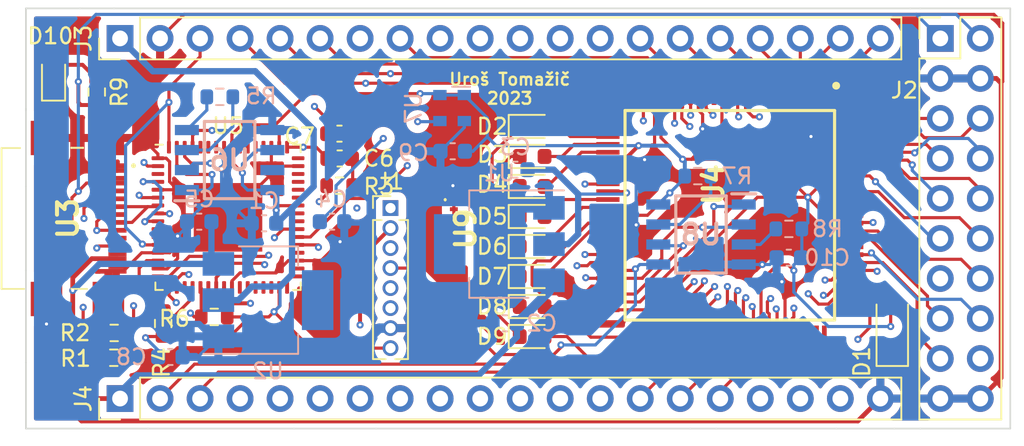
<source format=kicad_pcb>
(kicad_pcb (version 20211014) (generator pcbnew)
  (layers (0 "F.Cu" signal) (1 "In1.Cu" signal) (2 "In2.Cu" signal) (31 "B.Cu" signal) (34 "B.Paste" user) (35 "F.Paste" user) (36 "B.SilkS" user "B.Silkscreen") (37 "F.SilkS" user "F.Silkscreen") (38 "B.Mask" user) (39 "F.Mask" user) (44 "Edge.Cuts" user))
  (net 0 "")
  (net 1 "+3V3")
  (net 2 "GND")
  (net 3 "+5V")
  (net 4 "+1V8")
  (net 5 "+1V2")
  (net 6 "Net-(D1-Pad1)")
  (net 7 "Net-(D2-Pad1)")
  (net 8 "/LED_1")
  (net 9 "Net-(D3-Pad1)")
  (net 10 "/LED_2")
  (net 11 "Net-(D4-Pad1)")
  (net 12 "/LED_3")
  (net 13 "Net-(D5-Pad1)")
  (net 14 "/LED_4")
  (net 15 "Net-(D6-Pad1)")
  (net 16 "/LED_5")
  (net 17 "Net-(D7-Pad1)")
  (net 18 "/LED_6")
  (net 19 "Net-(D8-Pad1)")
  (net 20 "/LED_7")
  (net 21 "Net-(D9-Pad1)")
  (net 22 "/LED_8")
  (net 23 "/ICE_DONE")
  (net 24 "/ICE_CREST")
  (net 25 "/ICE_MISO")
  (net 26 "/ICE_MOSI")
  (net 27 "/ICE_SS")
  (net 28 "/ICE_SCK")
  (net 29 "/E_1_1")
  (net 30 "/E_1_2")
  (net 31 "/E_1_3")
  (net 32 "/E_1_4")
  (net 33 "/E_1_5")
  (net 34 "/E_1_6")
  (net 35 "/E_1_7")
  (net 36 "/E_1_8")
  (net 37 "/E_1_9")
  (net 38 "/E_1_10")
  (net 39 "/E_1_11")
  (net 40 "/E_1_12")
  (net 41 "/E_1_13")
  (net 42 "/E_1_14")
  (net 45 "/R_HDR_3")
  (net 46 "/R_HDR_4")
  (net 47 "/R_HDR_5")
  (net 48 "/R_HDR_6")
  (net 49 "/R_HDR_7")
  (net 50 "/R_HDR_8")
  (net 51 "/R_HDR_9")
  (net 52 "/R_HDR_10")
  (net 53 "/R_HDR_11")
  (net 54 "/R_HDR_12")
  (net 55 "/R_HDR_13")
  (net 56 "/R_HDR_14")
  (net 57 "/R_HDR_15")
  (net 58 "/R_HDR_16")
  (net 59 "/R_HDR_17")
  (net 60 "/L_HDR_1")
  (net 61 "/L_HDR_2")
  (net 62 "/L_HDR_3")
  (net 63 "/L_HDR_4")
  (net 64 "/L_HDR_5")
  (net 65 "/L_HDR_6")
  (net 66 "/L_HDR_7")
  (net 67 "/L_HDR_8")
  (net 68 "/L_HDR_9")
  (net 69 "/L_HDR_10")
  (net 70 "/L_HDR_11")
  (net 71 "/L_HDR_12")
  (net 72 "/L_HDR_13")
  (net 73 "/L_HDR_14")
  (net 74 "/L_HDR_15")
  (net 75 "/L_HDR_16")
  (net 76 "/L_HDR_17")
  (net 77 "/L_HDR_18")
  (net 78 "Net-(R1-Pad1)")
  (net 79 "Net-(R2-Pad2)")
  (net 80 "Net-(R3-Pad2)")
  (net 81 "Net-(R4-Pad2)")
  (net 82 "Net-(R5-Pad1)")
  (net 83 "Net-(R5-Pad2)")
  (net 84 "Net-(R7-Pad2)")
  (net 85 "Net-(R8-Pad1)")
  (net 86 "/RTSN")
  (net 87 "/CTSn")
  (net 88 "/DTRn")
  (net 89 "/DSRn")
  (net 90 "/DCDn")
  (net 91 "/USB_DP")
  (net 92 "/USB_DM")
  (net 99 "/12_MHZ")
  (net 117 "/RS232_Rx")
  (net 118 "/RS232_Tx")
  (net 129 "Net-(U5-Pad62)")
  (net 130 "Net-(U5-Pad63)")
  (net 132 "Net-(C6-Pad2)")
  (net 133 "Net-(D10-Pad2)")
  (footprint "Diode_SMD:D_SOD-123" (layer "F.Cu") (at 122.174 62.23 90)
    (fp_text reference "D1")
    (fp_text value "1N5819" hide)
  )
  (footprint "Package_DFN_QFN:QFN-64-1EP_9x9mm_P0.5mm_EP4.35x4.35mm" (layer "F.Cu") (at 80.01 55.044)
    (fp_text reference "U5")
    (fp_text value "FT2232HQ")
  )
  (footprint "Capacitor_SMD:C_0603_1608Metric" (layer "F.Cu") (at 87.0842 49.7332)
    (fp_text reference "C7")
    (fp_text value "100nF" hide)
  )
  (footprint "LED_SMD:LED_0603_1608Metric" (layer "F.Cu") (at 99.314 51.181)
    (fp_text reference "D3")
    (fp_text value "LED" hide)
  )
  (footprint "LED_SMD:LED_0603_1608Metric" (layer "F.Cu") (at 99.314 60.706)
    (fp_text reference "D8")
    (fp_text value "LED" hide)
  )
  (footprint "LED_SMD:LED_0603_1608Metric" (layer "F.Cu") (at 99.314 49.276)
    (fp_text reference "D2")
    (fp_text value "LED" hide)
  )
  (footprint "Connector_PinHeader_2.54mm:PinHeader_1x20_P2.54mm_Vertical" (layer "F.Cu") (at 73.157 66.548 90)
    (fp_text reference "J4")
    (fp_text value "L_HDR" hide)
  )
  (footprint "custom_lib:EXB2HV221JV" (layer "F.Cu") (at 95.0944 55.7784 -90)
    (fp_text reference "U9")
    (fp_text value "EXB-2HV221JV" hide)
  )
  (footprint "Connector_PinHeader_1.27mm:PinHeader_1x08_P1.27mm_Vertical" (layer "F.Cu") (at 90.3224 54.4576)
    (fp_text reference "J1")
    (fp_text value "SPI")
  )
  (footprint "LED_SMD:LED_0603_1608Metric" (layer "F.Cu") (at 99.314 56.896)
    (fp_text reference "D6")
    (fp_text value "LED" hide)
  )
  (footprint "LED_SMD:LED_0603_1608Metric" (layer "F.Cu") (at 99.314 53.086)
    (fp_text reference "D4")
    (fp_text value "LED" hide)
  )
  (footprint "Resistor_SMD:R_0603_1608Metric" (layer "F.Cu") (at 75.8952 61.785 90)
    (fp_text reference "R4")
    (fp_text value "2k2")
  )
  (footprint "Resistor_SMD:R_0603_1608Metric" (layer "F.Cu") (at 72.7578 63.9572)
    (fp_text reference "R1")
    (fp_text value "R" hide)
  )
  (footprint "Resistor_SMD:R_0603_1608Metric" (layer "F.Cu") (at 71.6788 47.0916 -90)
    (fp_text reference "R9")
    (fp_text value "330R")
  )
  (footprint "LED_SMD:LED_0603_1608Metric" (layer "F.Cu") (at 99.314 62.611)
    (fp_text reference "D9")
    (fp_text value "LED" hide)
  )
  (footprint "LED_SMD:LED_0603_1608Metric" (layer "F.Cu") (at 99.314 58.801)
    (fp_text reference "D7")
    (fp_text value "LED" hide)
  )
  (footprint "custom_lib:QFP50P1600X1600X120-100N" (layer "F.Cu") (at 111.8616 54.9148 -90)
    (fp_text reference "U4")
    (fp_text value "iCE40HX1K-VQ100" hide)
  )
  (footprint "LED_SMD:LED_0603_1608Metric" (layer "F.Cu") (at 99.314 54.991)
    (fp_text reference "D5")
    (fp_text value "LED" hide)
  )
  (footprint "Capacitor_SMD:C_0603_1608Metric" (layer "F.Cu") (at 87.0972 51.308)
    (fp_text reference "C6")
    (fp_text value "10uF")
  )
  (footprint "Connector_PinHeader_2.54mm:PinHeader_1x20_P2.54mm_Vertical" (layer "F.Cu") (at 73.157 43.688 90)
    (fp_text reference "J3")
    (fp_text value "R_HDR" hide)
  )
  (footprint "Resistor_SMD:R_0603_1608Metric" (layer "F.Cu") (at 72.7842 62.3824)
    (fp_text reference "R2")
    (fp_text value "R" hide)
  )
  (footprint "Resistor_SMD:R_0603_1608Metric" (layer "F.Cu") (at 79.1342 61.3664)
    (fp_text reference "R6")
    (fp_text value "10k" hide)
  )
  (footprint "Connector_PinHeader_2.54mm:PinHeader_2x10_P2.54mm_Vertical" (layer "F.Cu") (at 125.222 43.688)
    (fp_text reference "J2")
    (fp_text value "EXPANSION" hide)
  )
  (footprint "Resistor_SMD:R_0603_1608Metric" (layer "F.Cu") (at 87.0972 53.0352 180)
    (fp_text reference "R3")
    (fp_text value "12k")
  )
  (footprint "custom_lib:USB4110GFA" (layer "F.Cu") (at 69.3135 55.118 -90)
    (fp_text reference "U3")
    (fp_text value "USB4110-GF-A" hide)
  )
  (footprint "LED_SMD:LED_0603_1608Metric" (layer "F.Cu") (at 68.9356 46.1519 90)
    (fp_text reference "D10")
    (fp_text value "LED")
  )
  (footprint "Package_TO_SOT_SMD:SOT-223" (layer "B.Cu") (at 97.2312 56.7436 180)
    (fp_text reference "U1")
    (fp_text value "AZ1117-1.2")
  )
  (footprint "Capacitor_SMD:C_0603_1608Metric" (layer "B.Cu") (at 82.296 55.4228 180)
    (fp_text reference "C1")
    (fp_text value "100n")
  )
  (footprint "Capacitor_SMD:C_0603_1608Metric" (layer "B.Cu") (at 78.1812 55.3212 180)
    (fp_text reference "C5")
    (fp_text value "10uF")
  )
  (footprint "custom_lib:SOIC127P600X175-8N" (layer "B.Cu") (at 80.1116 51.4096)
    (fp_text reference "U6")
    (fp_text value "93LCxxC" hide)
  )
  (footprint "Resistor_SMD:R_0603_1608Metric" (layer "B.Cu") (at 109.8296 52.4256)
    (fp_text reference "R7")
    (fp_text value "10k" hide)
  )
  (footprint "Capacitor_SMD:C_0603_1608Metric" (layer "B.Cu") (at 98.2472 52.0192 180)
    (fp_text reference "C3")
    (fp_text value "22uF")
  )
  (footprint "Oscillator:Oscillator_SMD_Abracon_ASDMB-4Pin_2.5x2.0mm" (layer "B.Cu") (at 94.234 48.1076 -90)
    (fp_text reference "U7")
    (fp_text value "12MHz")
  )
  (footprint "Package_TO_SOT_SMD:SOT-223" (layer "B.Cu") (at 82.55 60.2996)
    (fp_text reference "U2")
    (fp_text value "AMS1117-3.3")
  )
  (footprint "Resistor_SMD:R_0603_1608Metric" (layer "B.Cu") (at 79.4898 47.3964)
    (fp_text reference "R5")
    (fp_text value "2k2" hide)
  )
  (footprint "Capacitor_SMD:C_0603_1608Metric" (layer "B.Cu") (at 86.614 55.3212 180)
    (fp_text reference "C4")
    (fp_text value "100n")
  )
  (footprint "Capacitor_SMD:C_0603_1608Metric" (layer "B.Cu") (at 115.6078 57.6072 180)
    (fp_text reference "C10")
    (fp_text value "100n")
  )
  (footprint "custom_lib:SOIC127P600X175-8N" (layer "B.Cu") (at 110.0328 56.134 180)
    (fp_text reference "U8")
    (fp_text value "N25Q032A13ESC40F" hide)
  )
  (footprint "Capacitor_SMD:C_0603_1608Metric" (layer "B.Cu") (at 76.3524 63.9064)
    (fp_text reference "C8")
    (fp_text value "100n" hide)
  )
  (footprint "Capacitor_SMD:C_0603_1608Metric" (layer "B.Cu") (at 97.5738 61.7728 180)
    (fp_text reference "C2")
    (fp_text value "10uF")
  )
  (footprint "Resistor_SMD:R_0603_1608Metric" (layer "B.Cu") (at 115.6086 55.7784)
    (fp_text reference "R8")
    (fp_text value "10k")
  )
  (footprint "Capacitor_SMD:C_0603_1608Metric" (layer "B.Cu") (at 94.2718 50.8508 180)
    (fp_text reference "C9")
    (fp_text value "100n" hide)
  )
  (gr_line (start 70.612 41.783) (end 67.183 41.783) (layer "Edge.Cuts") (width 0.1))
  (gr_line (start 67.183 48.26) (end 67.183 41.783) (layer "Edge.Cuts") (width 0.1))
  (gr_line (start 129.667 41.783) (end 129.667 68.453) (layer "Edge.Cuts") (width 0.1))
  (gr_line (start 74.93 68.453) (end 70.993 68.453) (layer "Edge.Cuts") (width 0.1))
  (gr_line (start 123.952 68.453) (end 122.301 68.453) (layer "Edge.Cuts") (width 0.1))
  (gr_line (start 70.612 41.783) (end 72.771 41.783) (layer "Edge.Cuts") (width 0.1))
  (gr_line (start 67.183 64.262) (end 67.183 58.42) (layer "Edge.Cuts") (width 0.1))
  (gr_line (start 67.183 68.453) (end 67.183 64.262) (layer "Edge.Cuts") (width 0.1))
  (gr_line (start 67.183 58.42) (end 67.183 53.086) (layer "Edge.Cuts") (width 0.1))
  (gr_line (start 123.952 68.453) (end 129.667 68.453) (layer "Edge.Cuts") (width 0.1))
  (gr_line (start 104.267 68.453) (end 89.408 68.453) (layer "Edge.Cuts") (width 0.1))
  (gr_line (start 67.183 53.086) (end 67.183 48.133) (layer "Edge.Cuts") (width 0.1))
  (gr_line (start 89.408 68.453) (end 84.201 68.453) (layer "Edge.Cuts") (width 0.1))
  (gr_line (start 109.347 68.453) (end 104.267 68.453) (layer "Edge.Cuts") (width 0.1))
  (gr_line (start 72.771 41.783) (end 123.317 41.783) (layer "Edge.Cuts") (width 0.1))
  (gr_line (start 123.952 41.783) (end 129.667 41.783) (layer "Edge.Cuts") (width 0.1))
  (gr_line (start 122.301 68.453) (end 118.618 68.453) (layer "Edge.Cuts") (width 0.1))
  (gr_line (start 70.993 68.453) (end 67.183 68.453) (layer "Edge.Cuts") (width 0.1))
  (gr_line (start 118.618 68.453) (end 110.998 68.453) (layer "Edge.Cuts") (width 0.1))
  (gr_line (start 123.317 41.783) (end 123.952 41.783) (layer "Edge.Cuts") (width 0.1))
  (gr_line (start 84.201 68.453) (end 74.93 68.453) (layer "Edge.Cuts") (width 0.1))
  (gr_line (start 110.998 68.453) (end 109.347 68.453) (layer "Edge.Cuts") (width 0.1))
  (gr_text "Uroš Tomažič\n2023" (at 97.8916 46.8884) (layer "F.SilkS") (effects (font (size 0.75 0.75))))
  (segment (start 83.26 60.7072) (end 83.26 59.494) (width 0.2) (layer "F.Cu") (net 1))
  (segment (start 80.26 50.594) (end 80.26 49.788) (width 0.2) (layer "F.Cu") (net 1))
  (segment (start 113.8428 59.0804) (end 114.8588 58.0644) (width 0.2) (layer "F.Cu") (net 1))
  (segment (start 83.0072 49.1744) (end 84.9884 47.1932) (width 0.2) (layer "F.Cu") (net 1))
  (segment (start 113.6904 63.7032) (end 110.8456 63.7032) (width 0.2) (layer "F.Cu") (net 1))
  (segment (start 80.26 49.788) (end 80.8736 49.1744) (width 0.2) (layer "F.Cu") (net 1))
  (segment (start 83.071 54.4954) (end 83.071 54.597) (width 0.2) (layer "F.Cu") (net 1))
  (segment (start 83.0072 49.1744) (end 83.26 49.4272) (width 0.2) (layer "F.Cu") (net 1))
  (segment (start 113.8616 62.6528) (end 113.8616 61.3852) (width 0.2) (layer "F.Cu") (net 1))
  (segment (start 117.9576 54.9148) (end 116.8146 53.7718) (width 0.2) (layer "F.Cu") (net 1))
  (segment (start 119.5996 54.9148) (end 117.9576 54.9148) (width 0.2) (layer "F.Cu") (net 1))
  (segment (start 113.8616 62.6528) (end 113.8616 63.532) (width 0.2) (layer "F.Cu") (net 1))
  (segment (start 74.754 55.294) (end 74.7268 55.3212) (width 0.2) (layer "F.Cu") (net 1))
  (segment (start 122.0724 61.976) (end 122.0724 60.6816) (width 0.2) (layer "F.Cu") (net 1))
  (segment (start 114.8588 58.0644) (end 115.57 58.0644) (width 0.2) (layer "F.Cu") (net 1))
  (segment (start 105.1508 51.4148) (end 106.0704 50.4952) (width 0.25) (layer "F.Cu") (net 1))
  (segment (start 84.4488 54.3052) (end 83.2612 54.3052) (width 0.2) (layer "F.Cu") (net 1))
  (segment (start 107.3616 48.1288) (end 107.4928 48.26) (width 0.2) (layer "F.Cu") (net 1))
  (segment (start 75.56 55.294) (end 74.754 55.294) (width 0.2) (layer "F.Cu") (net 1))
  (segment (start 113.8428 61.3664) (end 113.8428 59.0804) (width 0.2) (layer "F.Cu") (net 1))
  (segment (start 83.2612 54.3052) (end 83.071 54.4954) (width 0.2) (layer "F.Cu") (net 1))
  (segment (start 111.3616 49.4204) (end 109.4232 51.3588) (width 0.2) (layer "F.Cu") (net 1))
  (segment (start 109.3616 63.54) (end 109.3616 62.6528) (width 0.2) (layer "F.Cu") (net 1))
  (segment (start 119.5996 52.9148) (end 117.6716 52.9148) (width 0.2) (layer "F.Cu") (net 1))
  (segment (start 80.138 62.61) (end 81.3816 61.3664) (width 0.2) (layer "F.Cu") (net 1))
  (segment (start 110.8456 63.7032) (end 109.5248 63.7032) (width 0.2) (layer "F.Cu") (net 1))
  (segment (start 82.931 61.0362) (end 83.26 60.7072) (width 0.2) (layer "F.Cu") (net 1))
  (segment (start 75.8952 62.61) (end 76.66972 61.83548) (width 0.2) (layer "F.Cu") (net 1))
  (segment (start 82.931 61.0362) (end 85.2424 63.3476) (width 0.2) (layer "F.Cu") (net 1))
  (segment (start 109.5248 63.7032) (end 109.3616 63.54) (width 0.2) (layer "F.Cu") (net 1))
  (segment (start 82.6008 61.3664) (end 82.931 61.0362) (width 0.2) (layer "F.Cu") (net 1))
  (segment (start 80.26 50.594) (end 80.26 51.558) (width 0.2) (layer "F.Cu") (net 1))
  (segment (start 115.57 58.0644) (end 115.9256 58.42) (width 0.2) (layer "F.Cu") (net 1))
  (segment (start 113.8616 63.532) (end 113.6904 63.7032) (width 0.2) (layer "F.Cu") (net 1))
  (segment (start 114.4016 51.3588) (end 111.2012 51.3588) (width 0.2) (layer "F.Cu") (net 1))
  (segment (start 106.635 54.9148) (end 108.0545 53.4953) (width 0.2) (layer "F.Cu") (net 1))
  (segment (start 83.26 49.4272) (end 83.26 50.594) (width 0.2) (layer "F.Cu") (net 1))
  (segment (start 104.1236 54.9148) (end 106.635 54.9148) (width 0.2) (layer "F.Cu") (net 1))
  (segment (start 80.26 51.558) (end 80.9244 52.2224) (width 0.2) (layer "F.Cu") (net 1))
  (segment (start 122.0724 60.6816) (end 122.174 60.58) (width 0.2) (layer "F.Cu") (net 1))
  (segment (start 116.8146 53.7718) (end 114.4778 51.435) (width 0.2) (layer "F.Cu") (net 1))
  (segment (start 81.3816 61.3664) (end 82.6008 61.3664) (width 0.2) (layer "F.Cu") (net 1))
  (segment (start 117.6716 52.9148) (end 116.8146 53.7718) (width 0.2) (layer "F.Cu") (net 1))
  (segment (start 80.8736 49.1744) (end 83.0072 49.1744) (width 0.2) (layer "F.Cu") (net 1))
  (segment (start 75.8952 62.61) (end 80.138 62.61) (width 0.2) (layer "F.Cu") (net 1))
  (segment (start 111.3616 47.1768) (end 111.3616 49.4204) (width 0.2) (layer "F.Cu") (net 1))
  (segment (start 107.3616 47.1768) (end 107.3616 48.1288) (width 0.2) (layer "F.Cu") (net 1))
  (segment (start 115.3616 50.5512) (end 114.4778 51.435) (width 0.2) (layer "F.Cu") (net 1))
  (segment (start 115.3616 47.1768) (end 115.3616 50.5512) (width 0.2) (layer "F.Cu") (net 1))
  (segment (start 75.8952 62.61) (end 74.8548 62.61) (width 0.2) (layer "F.Cu") (net 1))
  (segment (start 77.76 60.162) (end 77.76 59.494) (width 0.2) (layer "F.Cu") (net 1))
  (segment (start 104.1236 51.4148) (end 105.1508 51.4148) (width 0.25) (layer "F.Cu") (net 1))
  (segment (start 76.66972 61.25228) (end 77.76 60.162) (width 0.2) (layer "F.Cu") (net 1))
  (segment (start 74.6252 52.7812) (end 75.5472 52.7812) (width 0.2) (layer "F.Cu") (net 1))
  (segment (start 79.9592 61.3664) (end 81.3816 61.3664) (width 0.2) (layer "F.Cu") (net 1))
  (segment (start 75.5472 52.7812) (end 75.56 52.794) (width 0.2) (layer "F.Cu") (net 1))
  (segment (start 109.4232 51.3588) (end 108.8644 51.3588) (width 0.2) (layer "F.Cu") (net 1))
  (segment (start 107.4928 48.26) (end 107.4928 49.9872) (width 0.2) (layer "F.Cu") (net 1))
  (segment (start 111.2012 51.3588) (end 109.4232 51.3588) (width 0.2) (layer "F.Cu") (net 1))
  (segment (start 104.1236 60.9148) (end 106.4712 60.9148) (width 0.2) (layer "F.Cu") (net 1))
  (segment (start 114.4778 51.435) (end 114.4016 51.3588) (width 0.2) (layer "F.Cu") (net 1))
  (segment (start 107.4928 49.9872) (end 108.8644 51.3588) (width 0.2) (layer "F.Cu") (net 1))
  (segment (start 84.9884 47.1932) (end 92.202 47.1932) (width 0.2) (layer "F.Cu") (net 1))
  (segment (start 76.66972 61.83548) (end 76.66972 61.25228) (width 0.2) (layer "F.Cu") (net 1))
  (segment (start 113.6142 53.7718) (end 116.8146 53.7718) (width 0.2) (layer "F.Cu") (net 1))
  (segment (start 113.8616 61.3852) (end 113.8428 61.3664) (width 0.2) (layer "F.Cu") (net 1))
  (segment (start 84.46 54.294) (end 84.4488 54.3052) (width 0.2) (layer "F.Cu") (net 1))
  (segment (start 74.8548 62.61) (end 74.7776 62.6872) (width 0.2) (layer "F.Cu") (net 1))
  (segment (start 85.2424 63.3476) (end 90.3224 63.3476) (width 0.2) (layer "F.Cu") (net 1))
  (segment (start 106.4712 60.9148) (end 113.6142 53.7718) (width 0.2) (layer "F.Cu") (net 1))
  (via (at 116.8146 53.7718) (size 0.45) (drill 0.2) (layers "F.Cu" "B.Cu") (net 1))
  (via (at 82.931 61.0362) (size 0.45) (drill 0.2) (layers "F.Cu" "B.Cu") (net 1))
  (via (at 74.6252 52.7812) (size 0.45) (drill 0.2) (layers "F.Cu" "B.Cu") (net 1))
  (via (at 92.202 47.1932) (size 0.45) (drill 0.2) (layers "F.Cu" "B.Cu") (net 1))
  (via (at 115.9256 58.42) (size 0.45) (drill 0.2) (layers "F.Cu" "B.Cu") (net 1))
  (via (at 106.0704 50.4952) (size 0.45) (drill 0.2) (layers "F.Cu" "B.Cu") (net 1))
  (via (at 122.0724 61.976) (size 0.45) (drill 0.2) (layers "F.Cu" "B.Cu") (net 1))
  (via (at 74.7776 62.6872) (size 0.45) (drill 0.2) (layers "F.Cu" "B.Cu") (net 1))
  (via (at 80.9244 52.2224) (size 0.45) (drill 0.2) (layers "F.Cu" "B.Cu") (net 1))
  (via (at 108.8644 51.3588) (size 0.45) (drill 0.2) (layers "F.Cu" "B.Cu") (net 1))
  (via (at 74.7268 55.3212) (size 0.45) (drill 0.2) (layers "F.Cu" "B.Cu") (net 1))
  (via (at 108.0545 53.4953) (size 0.45) (drill 0.2) (layers "F.Cu" "B.Cu") (net 1))
  (via (at 83.071 54.597) (size 0.45) (drill 0.2) (layers "F.Cu" "B.Cu") (net 1))
  (segment (start 107.3208 54.229) (end 108.0545 53.4953) (width 0.2) (layer "B.Cu") (net 1))
  (segment (start 83.312 59.436) (end 81.534 59.436) (width 0.4) (layer "B.Cu") (net 1))
  (segment (start 108.0008 50.4952) (end 108.8644 51.3588) (width 0.25) (layer "B.Cu") (net 1))
  (segment (start 108.8644 51.3588) (end 109.0046 51.499) (width 0.25) (layer "B.Cu") (net 1))
  (segment (start 96.4692 48.7428) (end 95.009 47.2826) (width 0.2) (layer "B.Cu") (net 1))
  (segment (start 106.0704 50.4952) (end 108.0008 50.4952) (width 0.25) (layer "B.Cu") (net 1))
  (segment (start 82.931 61.0362) (end 83.312 60.6552) (width 0.2) (layer "B.Cu") (net 1))
  (segment (start 108.0545 53.4953) (end 109.0046 52.5452) (width 0.2) (layer "B.Cu") (net 1))
  (segment (start 80.9244 52.2224) (end 80.9244 52.9844) (width 0.2) (layer "B.Cu") (net 1))
  (segment (start 118.11 61.976) (end 122.0724 61.976) (width 0.2) (layer "B.Cu") (net 1))
  (segment (start 96.4692 49.9364) (end 96.4692 48.7428) (width 0.2) (layer "B.Cu") (net 1))
  (segment (start 109.0046 52.5452) (end 109.0046 52.4256) (width 0.2) (layer "B.Cu") (net 1))
  (segment (start 80.6704 60.2996) (end 81.534 59.436) (width 0.4) (layer "B.Cu") (net 1))
  (segment (start 83.071 55.4228) (end 83.071 54.597) (width 0.4) (layer "B.Cu") (net 1))
  (segment (start 82.8236 50.7746) (end 81.8134 50.7746) (width 0.2) (layer "B.Cu") (net 1))
  (segment (start 75.7428 53.1876) (end 75.3364 52.7812) (width 0.2) (layer "B.Cu") (net 1))
  (segment (start 74.7268 55.3212) (end 75.7428 54.3052) (width 0.2) (layer "B.Cu") (net 1))
  (segment (start 83.071 53.562) (end 82.8236 53.3146) (width 0.4) (layer "B.Cu") (net 1))
  (segment (start 96.4692 49.9364) (end 97.028 50.4952) (width 0.2) (layer "B.Cu") (net 1))
  (segment (start 115.9256 59.7916) (end 118.11 61.976) (width 0.2) (layer "B.Cu") (net 1))
  (segment (start 80.9244 51.6636) (end 80.9244 52.2224) (width 0.2) (layer "B.Cu") (net 1))
  (segment (start 85.4456 49.4792) (end 81.7372 45.7708) (width 0.4) (layer "B.Cu") (net 1))
  (segment (start 85.4456 53.086) (end 85.4456 49.4792) (width 0.4) (layer "B.Cu") (net 1))
  (segment (start 75.3364 52.7812) (end 74.6252 52.7812) (width 0.2) (layer "B.Cu") (net 1))
  (segment (start 116.3828 57.6072) (end 116.4336 57.5564) (width 0.2) (layer "B.Cu") (net 1))
  (segment (start 93.3696 47.1932) (end 93.459 47.2826) (width 0.2) (layer "B.Cu") (net 1))
  (segment (start 84.074 54.4576) (end 84.074 58.674) (width 0.4) (layer "B.Cu") (net 1))
  (segment (start 83.1088 55.4228) (end 84.074 54.4576) (width 0.4) (layer "B.Cu") (net 1))
  (segment (start 79.4 60.2996) (end 80.6704 60.2996) (width 0.4) (layer "B.Cu") (net 1))
  (segment (start 95.0468 50.8508) (end 95.5548 50.8508) (width 0.2) (layer "B.Cu") (net 1))
  (segment (start 116.3828 57.6072) (end 115.9256 58.0644) (width 0.2) (layer "B.Cu") (net 1))
  (segment (start 80.9244 52.9844) (end 81.2546 53.3146) (width 0.2) (layer "B.Cu") (net 1))
  (segment (start 116.4336 57.5564) (end 116.4336 55.7784) (width 0.2) (layer "B.Cu") (net 1))
  (segment (start 95.5548 50.8508) (end 96.4692 49.9364) (width 0.2) (layer "B.Cu") (net 1))
  (segment (start 83.312 60.6552) (end 83.312 59.436) (width 0.2) (layer "B.Cu") (net 1))
  (segment (start 95.009 47.2826) (end 93.459 47.2826) (width 0.2) (layer "B.Cu") (net 1))
  (segment (start 97.028 50.4952) (end 106.0704 50.4952) (width 0.2) (layer "B.Cu") (net 1))
  (segment (start 116.4336 55.7784) (end 116.8146 55.3974) (width 0.2) (layer "B.Cu") (net 1))
  (segment (start 115.9256 58.42) (end 115.9256 59.7916) (width 0.2) (layer "B.Cu") (net 1))
  (segment (start 84.074 58.674) (end 83.312 59.436) (width 0.4) (layer "B.Cu") (net 1))
  (segment (start 75.2398 45.7708) (end 73.157 43.688) (width 0.4) (layer "B.Cu") (net 1))
  (segment (start 75.7428 54.3052) (end 75.7428 53.1876) (width 0.2) (layer "B.Cu") (net 1))
  (segment (start 115.9256 58.0644) (end 115.9256 58.42) (width 0.2) (layer "B.Cu") (net 1))
  (segment (start 109.0046 51.499) (end 109.0046 52.4256) (width 0.25) (layer "B.Cu") (net 1))
  (segment (start 81.8134 50.7746) (end 80.9244 51.6636) (width 0.2) (layer "B.Cu") (net 1))
  (segment (start 116.8146 55.3974) (end 116.8146 53.7718) (width 0.2) (layer "B.Cu") (net 1))
  (segment (start 74.7776 62.6872) (end 75.5774 63.487) (width 0.2) (layer "B.Cu") (net 1))
  (segment (start 83.071 55.4228) (end 83.1088 55.4228) (width 0.4) (layer "B.Cu") (net 1))
  (segment (start 81.2546 53.3146) (end 82.8236 53.3146) (width 0.2) (layer "B.Cu") (net 1))
  (segment (start 81.7372 45.7708) (end 75.2398 45.7708) (width 0.4) (layer "B.Cu") (net 1))
  (segment (start 92.202 47.1932) (end 93.3696 47.1932) (width 0.2) (layer "B.Cu") (net 1))
  (segment (start 75.5774 63.487) (end 75.5774 63.9064) (width 0.2) (layer "B.Cu") (net 1))
  (segment (start 84.074 54.4576) (end 85.4456 53.086) (width 0.4) (layer "B.Cu") (net 1))
  (segment (start 83.071 54.597) (end 83.071 53.562) (width 0.4) (layer "B.Cu") (net 1))
  (segment (start 69.8012 52.068) (end 68.4784 53.3908) (width 0.3) (layer "F.Cu") (net 2))
  (segment (start 104.1664 55.372) (end 105.8672 55.372) (width 0.2) (layer "F.Cu") (net 2))
  (segment (start 129.0828 46.5328) (end 129.0828 65.2272) (width 0.3) (layer "F.Cu") (net 2))
  (segment (start 76.8144 53.294) (end 78.26 53.294) (width 0.2) (layer "F.Cu") (net 2))
  (segment (start 76.31 57.294) (end 75.56 57.294) (width 0.2) (layer "F.Cu") (net 2))
  (segment (start 106.8616 48.2384) (end 106.8616 47.1768) (width 0.2) (layer "F.Cu") (net 2))
  (segment (start 104.1236 51.9148) (end 105.9208 51.9148) (width 0.2) (layer "F.Cu") (net 2))
  (segment (start 75.56 55.794) (end 75.56 56.294) (width 0.2) (layer "F.Cu") (net 2))
  (segment (start 72.4165 50.008) (end 72.4165 48.9447) (width 0.2) (layer "F.Cu") (net 2))
  (segment (start 73.358 58.468) (end 72.9915 58.468) (width 0.2) (layer "F.Cu") (net 2))
  (segment (start 68.4865 61.8155) (end 68.4865 65.7433) (width 0.3) (layer "F.Cu") (net 2))
  (segment (start 80.769627 58.5724) (end 83.058 58.5724) (width 0.2) (layer "F.Cu") (net 2))
  (segment (start 113.538 58.42) (end 113.919 58.039) (width 0.2) (layer "F.Cu") (net 2))
  (segment (start 80.26 59.494) (end 80.26 59.082028) (width 0.2) (layer "F.Cu") (net 2))
  (segment (start 106.4514 51.3842) (end 107.0864 50.7492) (width 0.2) (layer "F.Cu") (net 2))
  (segment (start 105.8672 55.372) (end 105.918 55.4228) (width 0.2) (layer "F.Cu") (net 2))
  (segment (start 120.7008 46.228) (end 117.014 49.9148) (width 0.3) (layer "F.Cu") (net 2))
  (segment (start 119.9946 67.9704) (end 121.417 66.548) (width 0.3) (layer "F.Cu") (net 2))
  (segment (start 68.9356 49.5589) (end 68.4865 50.008) (width 0.25) (layer "F.Cu") (net 2))
  (segment (start 73.5828 63.9572) (end 73.534 63.9572) (width 0.2) (layer "F.Cu") (net 2))
  (segment (start 76.8096 56.2356) (end 77.1652 56.5912) (width 0.2) (layer "F.Cu") (net 2))
  (segment (start 129.1844 42.7228) (end 129.1844 46.4312) (width 0.2) (layer "F.Cu") (net 2))
  (segment (start 75.56 51.294) (end 75.56 51.0236) (width 0.2) (layer "F.Cu") (net 2))
  (segment (start 80.01 52.3748) (end 79.6036 51.9684) (width 0.2) (layer "F.Cu") (net 2))
  (segment (start 107.0864 50.7492) (end 107.0864 48.4632) (width 0.2) (layer "F.Cu") (net 2))
  (segment (start 94.3444 53.0948) (end 94.3444 53.9404) (width 0.2) (layer "F.Cu") (net 2))
  (segment (start 76.8096 57.658) (end 76.8096 56.2356) (width 0.2) (layer "F.Cu") (net 2))
  (segment (start 102.616 59.8932) (end 99.8728 59.8932) (width 0.2) (layer "F.Cu") (net 2))
  (segment (start 100.4824 57.8104) (end 102.878 55.4148) (width 0.2) (layer "F.Cu") (net 2))
  (segment (start 128.778 46.228) (end 129.0828 46.5328) (width 0.3) (layer "F.Cu") (net 2))
  (segment (start 68.4865 60.228) (end 68.4865 61.8155) (width 0.3) (layer "F.Cu") (net 2))
  (segment (start 107.8616 62.6528) (end 107.8616 60.089394) (width 0.2) (layer "F.Cu") (net 2))
  (segment (start 68.9356 46.9394) (end 68.9356 49.5589) (width 0.25) (layer "F.Cu") (net 2))
  (segment (start 72.9915 52.068) (end 69.8012 52.068) (width 0.3) (layer "F.Cu") (net 2))
  (segment (start 78.4628 56.5912) (end 80.01 55.044) (width 0.2) (layer "F.Cu") (net 2))
  (segment (start 76.368 55.794) (end 76.8096 56.2356) (width 0.2) (layer "F.Cu") (net 2))
  (segment (start 75.56 51.0236) (end 74.5444 50.008) (width 0.2) (layer "F.Cu") (net 2))
  (segment (start 104.1236 59.4148) (end 103.0944 59.4148) (width 0.2) (layer "F.Cu") (net 2))
  (segment (start 105.918 55.4228) (end 105.918 55.5244) (width 0.2) (layer "F.Cu") (net 2))
  (segment (start 76.3016 51.5112) (end 76.3016 52.7812) (width 0.2) (layer "F.Cu") (net 2))
  (segment (start 75.56 51.294) (end 76.0844 51.294) (width 0.2) (layer "F.Cu") (net 2))
  (segment (start 72.4165 60.228) (end 72.4165 59.043) (width 0.2) (layer "F.Cu") (net 2))
  (segment (start 119.5996 49.9148) (end 117.014 49.9148) (width 0.2) (layer "F.Cu") (net 2))
  (segment (start 94.3444 53.9404) (end 94.3444 57.6164) (width 0.2) (layer "F.Cu") (net 2))
  (segment (start 99.314 58.1152) (end 99.6188 57.8104) (width 0.2) (layer "F.Cu") (net 2))
  (segment (start 107.0864 48.4632) (end 106.8616 48.2384) (width 0.2) (layer "F.Cu") (net 2))
  (segment (start 109.530994 58.42) (end 113.538 58.42) (width 0.2) (layer "F.Cu") (net 2))
  (segment (start 74.5444 50.008) (end 72.4165 50.008) (width 0.2) (layer "F.Cu") (net 2))
  (segment (start 75.697 43.688) (end 77.221 42.164) (width 0.2) (layer "F.Cu") (net 2))
  (segment (start 68.4865 65.7433) (end 70.7136 67.9704) (width 0.3) (layer "F.Cu") (net 2))
  (segment (start 117.014 49.9148) (end 116.5644 49.9148) (width 0.2) (layer "F.Cu") (net 2))
  (segment (start 72.4165 51.193) (end 72.4165 50.008) (width 0.3) (layer "F.Cu") (net 2))
  (segment (start 83.058 58.5724) (end 83.8364 57.794) (width 0.2) (layer "F.Cu") (net 2))
  (segment (start 115.0432 56.9148) (end 113.919 58.039) (width 0.2) (layer "F.Cu") (net 2))
  (segment (start 77.221 42.164) (end 128.6256 42.164) (width 0.2) (layer "F.Cu") (net 2))
  (segment (start 110.1344 48.514) (end 110.1344 49.4284) (width 0.2) (layer "F.Cu") (net 2))
  (segment (start 105.9208 51.9148) (end 106.4514 51.3842) (width 0.2) (layer "F.Cu") (net 2))
  (segment (start 80.01 55.044) (end 80.01 52.3748) (width 0.2) (layer "F.Cu") (net 2))
  (segment (start 68.4784 60.2199) (end 68.4865 60.228) (width 0.3) (layer "F.Cu") (net 2))
  (segment (start 115.3668 62.6476) (end 115.3616 62.6528) (width 0.2) (layer "F.Cu") (net 2))
  (segment (start 76.3016 52.7812) (end 76.8144 53.294) (width 0.2) (layer "F.Cu") (net 2))
  (segment (start 125.222 46.228) (end 120.7008 46.228) (width 0.3) (layer "F.Cu") (net 2))
  (segment (start 127.762 46.228) (end 128.778 46.228) (width 0.3) (layer "F.Cu") (net 2))
  (segment (start 76.0844 51.294) (end 76.3016 51.5112) (width 0.2) (layer "F.Cu") (net 2))
  (segment (start 74.532 57.294) (end 73.358 58.468) (width 0.2) (layer "F.Cu") (net 2))
  (segment (start 75.697 45.6642) (end 75.697 43.688) (width 0.2) (layer "F.Cu") (net 2))
  (segment (start 115.1636 59.1312) (end 115.3668 59.3344) (width 0.2) (layer "F.Cu") (net 2))
  (segment (start 84.46 51.794) (end 83.26 51.794) (width 0.2) (layer "F.Cu") (net 2))
  (segment (start 99.8728 59.8932) (end 99.314 59.3344) (width 0.2) (layer "F.Cu") (net 2))
  (segment (start 103.0944 59.4148) (end 102.616 59.8932) (width 0.2) (layer "F.Cu") (net 2))
  (segment (start 76.8096 56.7944) (end 76.31 57.294) (width 0.2) (layer "F.Cu") (net 2))
  (segment (start 76.1492 58.3184) (end 76.8096 57.658) (width 0.2) (layer "F.Cu") (net 2))
  (segment (start 72.4165 59.043) (end 72.9915 58.468) (width 0.2) (layer "F.Cu") (net 2))
  (segment (start 85.9192 57.794) (end 87.122 56.5912) (width 0.2) (layer "F.Cu") (net 2))
  (segment (start 70.7136 67.9704) (end 119.9946 67.9704) (width 0.3) (layer "F.Cu") (net 2))
  (segment (start 72.9915 51.768) (end 72.4165 51.193) (width 0.3) (layer "F.Cu") (net 2))
  (segment (start 73.534 63.9572) (end 71.9592 62.3824) (width 0.2) (layer "F.Cu") (net 2))
  (segment (start 75.56 53.294) (end 76.8144 53.294) (width 0.2) (layer "F.Cu") (net 2))
  (segment (start 102.878 55.4148) (end 104.1236 55.4148) (width 0.2) (layer "F.Cu") (net 2))
  (segment (start 119.5996 56.9148) (end 115.0432 56.9148) (width 0.2) (layer "F.Cu") (net 2))
  (segment (start 109.8616 47.1768) (end 109.8616 48.2412) (width 0.2) (layer "F.Cu") (net 2))
  (segment (start 75.5844 58.3184) (end 76.1492 58.3184) (width 0.2) (layer "F.Cu") (net 2))
  (segment (start 71.9592 62.3824) (end 71.9592 60.6853) (width 0.2) (layer "F.Cu") (net 2))
  (segment (start 127.762 46.228) (end 125.222 46.228) (width 0.3) (layer "F.Cu") (net 2))
  (segment (start 83.8364 57.794) (end 84.46 57.794) (width 0.2) (layer "F.Cu") (net 2))
  (segment (start 99.314 59.3344) (end 99.314 58.1152) (width 0.2) (layer "F.Cu") (net 2))
  (segment (start 115.3668 59.3344) (end 115.3668 62.6476) (width 0.2) (layer "F.Cu") (net 2))
  (segment (start 94.2848 53.0352) (end 94.3444 53.0948) (width 0.2) (layer "F.Cu") (net 2))
  (segment (start 72.4165 48.9447) (end 75.697 45.6642) (width 0.2) (layer "F.Cu") (net 2))
  (segment (start 68.4784 53.3908) (end 68.4784 60.2199) (width 0.3) (layer "F.Cu") (net 2))
  (segment (start 75.56 58.294) (end 75.5844 58.3184) (width 0.2) (layer "F.Cu") (net 2))
  (segment (start 129.1844 46.4312) (end 129.0828 46.5328) (width 0.2) (layer "F.Cu") (net 2))
  (segment (start 115.8616 49.212) (end 115.8616 47.1768) (width 0.2) (layer "F.Cu") (net 2))
  (segment (start 128.6256 42.164) (end 129.1844 42.7228) (width 0.2) (layer "F.Cu") (net 2))
  (segment (start 71.9592 60.6853) (end 72.4165 60.228) (width 0.2) (layer "F.Cu") (net 2))
  (segment (start 82.76 52.294) (end 82.76 50.594) (width 0.2) (layer "F.Cu") (net 2))
  (segment (start 99.6188 57.8104) (end 100.4824 57.8104) (width 0.2) (layer "F.Cu") (net 2))
  (segment (start 75.56 57.294) (end 74.532 57.294) (width 0.2) (layer "F.Cu") (net 2))
  (segment (start 80.26 59.082028) (end 80.769627 58.5724) (width 0.2) (layer "F.Cu") (net 2))
  (segment (start 104.1236 55.4148) (end 104.1664 55.372) (width 0.2) (layer "F.Cu") (net 2))
  (segment (start 80.01 55.044) (end 83.26 51.794) (width 0.2) (layer "F.Cu") (net 2))
  (segment (start 78.26 53.294) (end 80.01 55.044) (width 0.2) (layer "F.Cu") (net 2))
  (segment (start 121.417 66.548) (end 127.762 66.548) (width 0.3) (layer "F.Cu") (net 2))
  (segment (start 107.8616 60.089394) (end 109.530994 58.42) (width 0.2) (layer "F.Cu") (net 2))
  (segment (start 68.4865 50.008) (end 72.4165 50.008) (width 0.3) (layer "F.Cu") (net 2))
  (segment (start 75.56 55.794) (end 76.368 55.794) (width 0.2) (layer "F.Cu") (net 2))
  (segment (start 77.1652 56.5912) (end 78.4628 56.5912) (width 0.2) (layer "F.Cu") (net 2))
  (segment (start 109.8616 48.2412) (end 110.1344 48.514) (width 0.2) (layer "F.Cu") (net 2))
  (segment (start 129.0828 65.2272) (end 127.762 66.548) (width 0.3) (layer "F.Cu") (net 2))
  (segment (start 84.46 57.794) (end 85.9192 57.794) (width 0.2) (layer "F.Cu") (net 2))
  (segment (start 116.5644 49.9148) (end 115.8616 49.212) (width 0.2) (layer "F.Cu") (net 2))
  (via (at 115.1636 59.1312) (size 0.45) (drill 0.2) (layers "F.Cu" "B.Cu") (net 2))
  (via (at 79.6036 51.9684) (size 0.45) (drill 0.2) (layers "F.Cu" "B.Cu") (net 2))
  (via (at 68.4865 61.8155) (size 0.45) (drill 0.2) (layers "F.Cu" "B.Cu") (net 2))
  (via (at 113.919 58.039) (size 0.45) (drill 0.2) (layers "F.Cu" "B.Cu") (net 2))
  (via (at 110.1344 49.4284) (size 0.45) (drill 0.2) (layers "F.Cu" "B.Cu") (net 2))
  (via (at 117.014 49.9148) (size 0.45) (drill 0.2) (layers "F.Cu" "B.Cu") (net 2))
  (via (at 76.8096 56.2356) (size 0.45) (drill 0.2) (layers "F.Cu" "B.Cu") (net 2))
  (via (at 87.122 56.5912) (size 0.45) (drill 0.2) (layers "F.Cu" "B.Cu") (net 2))
  (via (at 105.918 55.5244) (size 0.45) (drill 0.2) (layers "F.Cu" "B.Cu") (net 2))
  (via (at 94.2848 53.0352) (size 0.45) (drill 0.2) (layers "F.Cu" "B.Cu") (net 2))
  (via (at 106.4514 51.3842) (size 0.45) (drill 0.2) (layers "F.Cu" "B.Cu") (net 2))
  (segment (start 89.6112 62.0776) (end 88.6968 62.992) (width 0.6) (layer "B.Cu") (net 2))
  (segment (start 87.389 56.3242) (end 87.389 55.3212) (width 0.2) (layer "B.Cu") (net 2))
  (segment (start 79.4 62.5996) (end 78.9572 62.5996) (width 0.4) (layer "B.Cu") (net 2))
  (segment (start 97.4722 53.7842) (end 97.6884 54.0004) (width 0.4) (layer "B.Cu") (net 2))
  (segment (start 114.8328 57.6072) (end 114.8328 58.8004) (width 0.2) (layer "B.Cu") (net 2))
  (segment (start 81.521 55.4228) (end 81.4324 55.4228) (width 0.2) (layer "B.Cu") (net 2))
  (segment (start 82.8236 49.5046) (end 81.915 49.5046) (width 0.2) (layer "B.Cu") (net 2))
  (segment (start 80.3148 54.3052) (end 79.6036 54.3052) (width 0.2) (layer "B.Cu") (net 2))
  (segment (start 87.4268 62.992) (end 79.7924 62.992) (width 0.6) (layer "B.Cu") (net 2))
  (segment (start 90.5764 50.8508) (end 93.4968 50.8508) (width 0.2) (layer "B.Cu") (net 2))
  (segment (start 93.4968 50.8508) (end 95.009 49.3386) (width 0.2) (layer "B.Cu") (net 2))
  (segment (start 79.7924 62.992) (end 79.4 62.5996) (width 0.6) (layer "B.Cu") (net 2))
  (segment (start 114.8328 58.8004) (end 115.1636 59.1312) (width 0.2) (layer "B.Cu") (net 2))
  (segment (start 89.1032 53.848) (end 90.17 52.7812) (width 0.6) (layer "B.Cu") (net 2))
  (segment (start 105.918 51.9176) (end 106.4514 51.3842) (width 0.2) (layer "B.Cu") (net 2))
  (segment (start 87.389 54.0382) (end 90.5764 50.8508) (width 0.2) (layer "B.Cu") (net 2))
  (segment (start 95.009 49.3386) (end 95.009 48.9326) (width 0.2) (layer "B.Cu") (net 2))
  (segment (start 81.915 49.5046) (end 79.6036 51.816) (width 0.2) (layer "B.Cu") (net 2))
  (segment (start 97.6884 54.0004) (end 99.938 54.0004) (width 0.6) (layer "B.Cu") (net 2))
  (segment (start 96.7988 56.1092) (end 96.7988 61.7728) (width 0.6) (layer "B.Cu") (net 2))
  (segment (start 78.4222 54.3052) (end 77.4062 55.3212) (width 0.2) (layer "B.Cu") (net 2))
  (segment (start 114.401 58.039) (end 114.8328 57.6072) (width 0.2) (layer "B.Cu") (net 2))
  (segment (start 100.3812 54.4436) (end 98.4644 54.4436) (width 0.6) (layer "B.Cu") (net 2))
  (segment (start 78.1731 61.8155) (end 68.4865 61.8155) (width 0.4) (layer "B.Cu") (net 2))
  (segment (start 93.4968 50.8508) (end 93.4968 52.2472) (width 0.2) (layer "B.Cu") (net 2))
  (segment (start 78.0932 63.9064) (end 79.4 62.5996) (width 0.2) (layer "B.Cu") (net 2))
  (segment (start 87.4268 62.992) (end 87.4268 59.0804) (width 0.6) (layer "B.Cu") (net 2))
  (segment (start 99.938 54.0004) (end 100.3812 54.4436) (width 0.6) (layer "B.Cu") (net 2))
  (segment (start 79.6036 51.816) (end 79.6036 51.9684) (width 0.2) (layer "B.Cu") (net 2))
  (segment (start 88.6968 62.992) (end 87.4268 62.992) (width 0.6) (layer "B.Cu") (net 2))
  (segment (start 93.4968 52.2472) (end 94.2848 53.0352) (width 0.2) (layer "B.Cu") (net 2))
  (segment (start 87.4268 59.0804) (end 89.1032 57.404) (width 0.6) (layer "B.Cu") (net 2))
  (segment (start 78.9572 62.5996) (end 78.1731 61.8155) (width 0.4) (layer "B.Cu") (net 2))
  (segment (start 87.389 55.3212) (end 87.389 54.0382) (width 0.2) (layer "B.Cu") (net 2))
  (segment (start 105.918 55.5244) (end 105.918 51.9176) (width 0.2) (layer "B.Cu") (net 2))
  (segment (start 91.8464 52.7812) (end 93.0656 54.0004) (width 0.6) (layer "B.Cu") (net 2))
  (segment (start 93.4968 50.8508) (end 92.5068 50.8508) (width 0.2) (layer "B.Cu") (net 2))
  (segment (start 89.1032 57.404) (end 89.1032 53.848) (width 0.6) (layer "B.Cu") (net 2))
  (segment (start 87.122 56.5912) (end 87.389 56.3242) (width 0.2) (layer "B.Cu") (net 2))
  (segment (start 97.4722 52.0192) (end 97.4722 53.7842) (width 0.4) (layer "B.Cu") (net 2))
  (segment (start 81.4324 55.4228) (end 80.3148 54.3052) (width 0.2) (layer "B.Cu") (net 2))
  (segment (start 79.6036 51.9684) (end 79.6036 54.3052) (width 0.2) (layer "B.Cu") (net 2))
  (segment (start 93.0656 54.0004) (end 97.6884 54.0004) (width 0.6) (layer "B.Cu") (net 2))
  (segment (start 79.6036 54.3052) (end 78.4222 54.3052) (width 0.2) (layer "B.Cu") (net 2))
  (segment (start 98.4644 54.4436) (end 96.7988 56.1092) (width 0.6) (layer "B.Cu") (net 2))
  (segment (start 110.6208 49.9148) (end 117.014 49.9148) (width 0.2) (layer "B.Cu") (net 2))
  (segment (start 112.7448 58.039) (end 113.919 58.039) (width 0.2) (layer "B.Cu") (net 2))
  (segment (start 77.1274 63.9064) (end 78.0932 63.9064) (width 0.2) (layer "B.Cu") (net 2))
  (segment (start 77.4062 55.3212) (end 77.4062 55.639) (width 0.2) (layer "B.Cu") (net 2))
  (segment (start 90.17 52.7812) (end 91.8464 52.7812) (width 0.6) (layer "B.Cu") (net 2))
  (segment (start 77.4062 55.639) (end 76.8096 56.2356) (width 0.2) (layer "B.Cu") (net 2))
  (segment (start 113.919 58.039) (end 114.401 58.039) (width 0.2) (layer "B.Cu") (net 2))
  (segment (start 90.3224 62.0776) (end 89.6112 62.0776) (width 0.6) (layer "B.Cu") (net 2))
  (segment (start 110.1344 49.4284) (end 110.6208 49.9148) (width 0.2) (layer "B.Cu") (net 2))
  (segment (start 70.5104 53.3908) (end 70.104 53.7972) (width 0.2) (layer "F.Cu") (net 3))
  (segment (start 70.104 58.8264) (end 70.1548 58.8772) (width 0.2) (layer "F.Cu") (net 3))
  (segment (start 71.6788 47.9166) (end 70.675 47.9166) (width 0.25) (layer "F.Cu") (net 3))
  (segment (start 70.675 47.9166) (end 70.5104 47.752) (width 0.25) (layer "F.Cu") (net 3))
  (segment (start 70.5104 47.752) (end 70.5104 46.4312) (width 0.25) (layer "F.Cu") (net 3))
  (segment (start 72.9915 57.668) (end 71.364 57.668) (width 0.3) (layer "F.Cu") (net 3))
  (segment (start 70.104 53.7972) (end 70.104 58.8264) (width 0.2) (layer "F.Cu") (net 3))
  (segment (start 70.1548 58.8772) (end 70.1548 59.69) (width 0.3) (layer "F.Cu") (net 3))
  (segment (start 70.1548 59.69) (end 70.1548 65.1256) (width 0.3) (layer "F.Cu") (net 3))
  (segment (start 71.364 57.668) (end 70.1548 58.8772) (width 0.3) (layer "F.Cu") (net 3))
  (segment (start 71.0332 52.868) (end 70.5104 53.3908) (width 0.2) (layer "F.Cu") (net 3))
  (segment (start 70.1548 65.1256) (end 71.5772 66.548) (width 0.3) (layer "F.Cu") (net 3))
  (segment (start 71.5772 66.548) (end 73.157 66.548) (width 0.3) (layer "F.Cu") (net 3))
  (segment (start 72.9915 52.868) (end 71.0332 52.868) (width 0.2) (layer "F.Cu") (net 3))
  (via (at 89.8652 50.038) (size 0.45) (drill 0.2) (layers "F.Cu" "B.Cu") (net 3))
  (via (at 70.1548 59.69) (size 0.45) (drill 0.2) (layers "F.Cu" "B.Cu") (net 3))
  (via (at 70.5104 46.4312) (size 0.45) (drill 0.2) (layers "F.Cu" "B.Cu") (net 3))
  (via (at 70.5104 53.3908) (size 0.45) (drill 0.2) (layers "F.Cu" "B.Cu") (net 3))
  (segment (start 85.852 55.3212) (end 86.868 54.3052) (width 0.2) (layer "B.Cu") (net 3))
  (segment (start 86.868 53.0352) (end 89.8652 50.038) (width 0.2) (layer "B.Cu") (net 3))
  (segment (start 98.3488 61.7728) (end 100.3812 59.7404) (width 0.6) (layer "B.Cu") (net 3))
  (segment (start 79.4 57.9996) (end 78.9562 57.5558) (width 0.4) (layer "B.Cu") (net 3))
  (segment (start 70.5104 53.3908) (end 70.5104 46.4312) (width 0.2) (layer "B.Cu") (net 3))
  (segment (start 71.8452 57.9996) (end 70.1548 59.69) (width 0.4) (layer "B.Cu") (net 3))
  (segment (start 70.5104 46.4312) (end 70.5104 43.2816) (width 0.2) (layer "B.Cu") (net 3))
  (segment (start 70.5104 43.2816) (end 71.628 42.164) (width 0.2) (layer "B.Cu") (net 3))
  (segment (start 78.9562 57.5558) (end 78.9562 55.3212) (width 0.4) (layer "B.Cu") (net 3))
  (segment (start 126.238 42.164) (end 127.762 43.688) (width 0.2) (layer "B.Cu") (net 3))
  (segment (start 85.839 55.3212) (end 85.852 55.3212) (width 0.2) (layer "B.Cu") (net 3))
  (segment (start 86.868 54.3052) (end 86.868 53.0352) (width 0.2) (layer "B.Cu") (net 3))
  (segment (start 123.698 42.164) (end 125.222 43.688) (width 0.2) (layer "B.Cu") (net 3))
  (segment (start 98.3488 62.6364) (end 98.3488 61.7728) (width 0.4) (layer "B.Cu") (net 3))
  (segment (start 123.698 42.164) (end 126.238 42.164) (width 0.2) (layer "B.Cu") (net 3))
  (segment (start 100.3812 59.7404) (end 100.3812 59.0436) (width 0.6) (layer "B.Cu") (net 3))
  (segment (start 73.157 66.1366) (end 74.2188 65.0748) (width 0.4) (layer "B.Cu") (net 3))
  (segment (start 79.4 57.9996) (end 71.8452 57.9996) (width 0.4) (layer "B.Cu") (net 3))
  (segment (start 95.9104 65.0748) (end 98.3488 62.6364) (width 0.4) (layer "B.Cu") (net 3))
  (segment (start 73.157 66.548) (end 73.157 66.1366) (width 0.4) (layer "B.Cu") (net 3))
  (segment (start 71.628 42.164) (end 123.698 42.164) (width 0.2) (layer "B.Cu") (net 3))
  (segment (start 74.2188 65.0748) (end 95.9104 65.0748) (width 0.4) (layer "B.Cu") (net 3))
  (segment (start 78.237 44.8514) (end 76.26 46.8284) (width 0.2) (layer "F.Cu") (net 4))
  (segment (start 74.6248 56.794) (end 74.5744 56.7436) (width 0.2) (layer "F.Cu") (net 4))
  (segment (start 86.3092 49.7332) (end 86.3092 51.295) (width 0.2) (layer "F.Cu") (net 4))
  (segment (start 85.7508 56.794) (end 85.7504 56.7944) (width 0.2) (layer "F.Cu") (net 4))
  (segment (start 86.3092 48.8188) (end 85.4964 48.006) (width 0.2) (layer "F.Cu") (net 4))
  (segment (start 86.3092 49.7332) (end 86.3092 48.8188) (width 0.2) (layer "F.Cu") (net 4))
  (segment (start 78.237 43.688) (end 78.237 44.8514) (width 0.2) (layer "F.Cu") (net 4))
  (segment (start 83.76 50.594) (end 84.7824 50.594) (width 0.2) (layer "F.Cu") (net 4))
  (segment (start 75.56 56.794) (end 74.6248 56.794) (width 0.2) (layer "F.Cu") (net 4))
  (segment (start 84.46 56.794) (end 85.7508 56.794) (width 0.2) (layer "F.Cu") (net 4))
  (segment (start 85.6082 50.594) (end 86.3222 51.308) (width 0.2) (layer "F.Cu") (net 4))
  (segment (start 76.26 47.7428) (end 76.26 50.594) (width 0.2) (layer "F.Cu") (net 4))
  (segment (start 76.26 46.8284) (end 76.26 47.7428) (width 0.2) (layer "F.Cu") (net 4))
  (segment (start 84.7824 50.594) (end 85.6082 50.594) (width 0.2) (layer "F.Cu") (net 4))
  (segment (start 85.7504 56.7944) (end 85.7504 56.9468) (width 0.2) (layer "F.Cu") (net 4))
  (via (at 85.7504 56.9468) (size 0.45) (drill 0.2) (layers "F.Cu" "B.Cu") (net 4))
  (via (at 74.5744 56.7436) (size 0.45) (drill 0.2) (layers "F.Cu" "B.Cu") (net 4))
  (via (at 84.7824 50.594) (size 0.45) (drill 0.2) (layers "F.Cu" "B.Cu") (net 4))
  (via (at 76.26 47.7428) (size 0.45) (drill 0.2) (layers "F.Cu" "B.Cu") (net 4))
  (via (at 85.4964 48.006) (size 0.45) (drill 0.2) (layers "F.Cu" "B.Cu") (net 4))
  (segment (start 74.5744 56.7436) (end 73.5076 55.6768) (width 0.2) (layer "B.Cu") (net 4))
  (segment (start 73.5076 50.4952) (end 76.26 47.7428) (width 0.2) (layer "B.Cu") (net 4))
  (segment (start 73.5076 55.6768) (end 73.5076 50.4952) (width 0.2) (layer "B.Cu") (net 4))
  (segment (start 119.6132 60.4012) (end 119.5996 60.4148) (width 0.2) (layer "F.Cu") (net 5))
  (segment (start 111.7092 60.8076) (end 111.7092 59.6392) (width 0.2) (layer "F.Cu") (net 5))
  (segment (start 105.2308 53.4148) (end 104.1236 53.4148) (width 0.2) (layer "F.Cu") (net 5))
  (segment (start 120.7516 62.0268) (end 119.9896 62.7888) (width 0.2) (layer "F.Cu") (net 5))
  (segment (start 119.5996 60.4148) (end 120.5112 60.4148) (width 0.2) (layer "F.Cu") (net 5))
  (segment (start 120.5112 60.4148) (end 120.7516 60.6552) (width 0.2) (layer "F.Cu") (net 5))
  (segment (start 110.8616 62.6528) (end 110.8616 61.6552) (width 0.2) (layer "F.Cu") (net 5))
  (segment (start 105.3084 53.4924) (end 105.2308 53.4148) (width 0.2) (layer "F.Cu") (net 5))
  (segment (start 111.7092 59.6392) (end 111.7092 59.436) (width 0.2) (layer "F.Cu") (net 5))
  (segment (start 110.8616 61.6552) (end 111.4552 61.0616) (width 0.2) (layer "F.Cu") (net 5))
  (segment (start 111.4552 61.0616) (end 111.7092 60.8076) (width 0.2) (layer "F.Cu") (net 5))
  (segment (start 112.8616 47.1768) (end 112.8616 48.1932) (width 0.2) (layer "F.Cu") (net 5))
  (segment (start 113.3348 48.6664) (end 113.7412 48.6664) (width 0.2) (layer "F.Cu") (net 5))
  (segment (start 120.7516 60.6552) (end 120.7516 62.0268) (width 0.2) (layer "F.Cu") (net 5))
  (segment (start 112.8616 48.1932) (end 113.3348 48.6664) (width 0.2) (layer "F.Cu") (net 5))
  (via (at 119.9896 62.7888) (size 0.45) (drill 0.2) (layers "F.Cu" "B.Cu") (net 5))
  (via (at 105.3084 53.4924) (size 0.45) (drill 0.2) (layers "F.Cu" "B.Cu") (net 5))
  (via (at 113.7412 48.6664) (size 0.45) (drill 0.2) (layers "F.Cu" "B.Cu") (net 5))
  (via (at 111.7092 59.436) (size 0.45) (drill 0.2) (layers "F.Cu" "B.Cu") (net 5))
  (segment (start 99.0222 52.0192) (end 100.6856 52.0192) (width 0.4) (layer "B.Cu") (net 5))
  (segment (start 102.235 55.1942) (end 102.235 56.1086) (width 0.4) (layer "B.Cu") (net 5))
  (segment (start 100.6856 52.0192) (end 102.235 53.5686) (width 0.4) (layer "B.Cu") (net 5))
  (segment (start 101.6 56.7436) (end 100.3812 56.7436) (width 0.4) (layer "B.Cu") (net 5))
  (segment (start 102.235 56.1086) (end 101.6 56.7436) (width 0.4) (layer "B.Cu") (net 5))
  (segment (start 105.2322 53.5686) (end 102.235 53.5686) (width 0.2) (layer "B.Cu") (net 5))
  (segment (start 102.235 53.5686) (end 102.235 55.1942) (width 0.4) (layer "B.Cu") (net 5))
  (segment (start 105.3084 53.4924) (end 105.2322 53.5686) (width 0.2) (layer "B.Cu") (net 5))
  (segment (start 119.0888 63.88) (end 122.174 63.88) (width 0.2) (layer "F.Cu") (net 6))
  (segment (start 117.8616 62.6528) (end 119.0888 63.88) (width 0.2) (layer "F.Cu") (net 6))
  (segment (start 95.8444 53.9404) (end 96.774 53.0108) (width 0.2) (layer "F.Cu") (net 7))
  (segment (start 96.774 53.0108) (end 96.774 51.0285) (width 0.2) (layer "F.Cu") (net 7))
  (segment (start 96.774 51.0285) (end 98.5265 49.276) (width 0.2) (layer "F.Cu") (net 7))
  (segment (start 101.092 49.276) (end 101.7308 49.9148) (width 0.2) (layer "F.Cu") (net 8))
  (segment (start 100.1015 49.276) (end 101.092 49.276) (width 0.2) (layer "F.Cu") (net 8))
  (segment (start 101.7308 49.9148) (end 104.1236 49.9148) (width 0.2) (layer "F.Cu") (net 8))
  (segment (start 97.536 51.6128) (end 97.9678 51.181) (width 0.2) (layer "F.Cu") (net 9))
  (segment (start 97.9678 51.181) (end 98.5265 51.181) (width 0.2) (layer "F.Cu") (net 9))
  (segment (start 97.536 53.3908) (end 97.536 51.6128) (width 0.2) (layer "F.Cu") (net 9))
  (segment (start 96.3984 54.5284) (end 97.536 53.3908) (width 0.2) (layer "F.Cu") (net 9))
  (segment (start 95.8444 54.5284) (end 96.3984 54.5284) (width 0.2) (layer "F.Cu") (net 9))
  (segment (start 100.1015 51.181) (end 101.219 51.181) (width 0.2) (layer "F.Cu") (net 10))
  (segment (start 101.219 51.181) (end 101.9852 50.4148) (width 0.2) (layer "F.Cu") (net 10))
  (segment (start 101.9852 50.4148) (end 104.1236 50.4148) (width 0.2) (layer "F.Cu") (net 10))
  (segment (start 95.8444 55.0284) (end 96.5841 55.0284) (width 0.2) (layer "F.Cu") (net 11))
  (segment (start 96.5841 55.0284) (end 98.5265 53.086) (width 0.2) (layer "F.Cu") (net 11))
  (segment (start 100.1015 53.086) (end 100.2792 53.086) (width 0.2) (layer "F.Cu") (net 12))
  (segment (start 100.2792 53.086) (end 102.4504 50.9148) (width 0.2) (layer "F.Cu") (net 12))
  (segment (start 102.4504 50.9148) (end 104.1236 50.9148) (width 0.2) (layer "F.Cu") (net 12))
  (segment (start 95.8444 55.5284) (end 97.9891 55.5284) (width 0.2) (layer "F.Cu") (net 13))
  (segment (start 97.9891 55.5284) (end 98.5265 54.991) (width 0.2) (layer "F.Cu") (net 13))
  (segment (start 101.1777 53.9148) (end 104.1236 53.9148) (width 0.2) (layer "F.Cu") (net 14))
  (segment (start 100.1015 54.991) (end 101.1777 53.9148) (width 0.2) (layer "F.Cu") (net 14))
  (segment (start 97.6589 56.0284) (end 98.5265 56.896) (width 0.2) (layer "F.Cu") (net 15))
  (segment (start 95.8444 56.0284) (end 97.6589 56.0284) (width 0.2) (layer "F.Cu") (net 15))
  (segment (start 100.1015 56.8197) (end 102.5064 54.4148) (width 0.2) (layer "F.Cu") (net 16))
  (segment (start 102.5064 54.4148) (end 104.1236 54.4148) (width 0.2) (layer "F.Cu") (net 16))
  (segment (start 100.1015 56.896) (end 100.1015 56.8197) (width 0.2) (layer "F.Cu") (net 16))
  (segment (start 95.8444 56.5284) (end 96.6604 56.5284) (width 0.2) (layer "F.Cu") (net 17))
  (segment (start 98.5265 58.3945) (end 98.5265 58.801) (width 0.2) (layer "F.Cu") (net 17))
  (segment (start 96.6604 56.5284) (end 98.5265 58.3945) (width 0.2) (layer "F.Cu") (net 17))
  (segment (start 100.1015 58.801) (end 102.9877 55.9148) (width 0.2) (layer "F.Cu") (net 18))
  (segment (start 102.9877 55.9148) (end 104.1236 55.9148) (width 0.2) (layer "F.Cu") (net 18))
  (segment (start 97.1296 59.7916) (end 98.044 60.706) (width 0.2) (layer "F.Cu") (net 19))
  (segment (start 95.8444 57.0284) (end 96.3476 57.0284) (width 0.2) (layer "F.Cu") (net 19))
  (segment (start 98.044 60.706) (end 98.5265 60.706) (width 0.2) (layer "F.Cu") (net 19))
  (segment (start 97.1296 57.8104) (end 97.1296 59.7916) (width 0.2) (layer "F.Cu") (net 19))
  (segment (start 96.3476 57.0284) (end 97.1296 57.8104) (width 0.2) (layer "F.Cu") (net 19))
  (segment (start 103.0388 62.6528) (end 105.8616 62.6528) (width 0.2) (layer "F.Cu") (net 20))
  (segment (start 101.092 60.706) (end 103.0388 62.6528) (width 0.2) (layer "F.Cu") (net 20))
  (segment (start 100.1015 60.706) (end 101.092 60.706) (width 0.2) (layer "F.Cu") (net 20))
  (segment (start 95.8444 57.6164) (end 95.8444 59.9289) (width 0.2) (layer "F.Cu") (net 21))
  (segment (start 95.8444 59.9289) (end 98.5265 62.611) (width 0.2) (layer "F.Cu") (net 21))
  (segment (start 102.8192 63.9064) (end 106.172 63.9064) (width 0.2) (layer "F.Cu") (net 22))
  (segment (start 100.1015 62.611) (end 101.5238 62.611) (width 0.2) (layer "F.Cu") (net 22))
  (segment (start 101.5238 62.611) (end 102.8192 63.9064) (width 0.2) (layer "F.Cu") (net 22))
  (segment (start 106.172 63.9064) (end 106.3616 63.7168) (width 0.2) (layer "F.Cu") (net 22))
  (segment (start 106.3616 63.7168) (end 106.3616 62.6528) (width 0.2) (layer "F.Cu") (net 22))
  (segment (start 79.26 58.8652) (end 80.1624 57.9628) (width 0.2) (layer "F.Cu") (net 23))
  (segment (start 102.6668 57.404) (end 104.1128 57.404) (width 0.2) (layer "F.Cu") (net 23))
  (segment (start 79.26 59.494) (end 79.26 58.8652) (width 0.2) (layer "F.Cu") (net 23))
  (segment (start 82.249846 57.9628) (end 82.334946 58.0479) (width 0.2) (layer "F.Cu") (net 23))
  (segment (start 104.1128 57.404) (end 104.1236 57.4148) (width 0.2) (layer "F.Cu") (net 23))
  (segment (start 80.1624 57.9628) (end 82.249846 57.9628) (width 0.2) (layer "F.Cu") (net 23))
  (via (at 102.6668 57.404) (size 0.45) (drill 0.2) (layers "F.Cu" "B.Cu") (net 23))
  (via (at 82.334946 58.0479) (size 0.45) (drill 0.2) (layers "F.Cu" "B.Cu") (net 23))
  (segment (start 88.392 61.8744) (end 88.392 57.658) (width 0.25) (layer "F.Cu") (net 24))
  (segment (start 104.1236 57.9148) (end 103.0196 57.9148) (width 0.2) (layer "F.Cu") (net 24))
  (segment (start 88.392 57.658) (end 90.3224 55.7276) (width 0.25) (layer "F.Cu") (net 24))
  (segment (start 79.76 59.494) (end 79.76 60.0496) (width 0.25) (layer "F.Cu") (net 24))
  (segment (start 80.2132 60.5028) (end 81.4324 60.5028) (width 0.25) (layer "F.Cu") (net 24))
  (segment (start 103.0196 57.9148) (end 102.8192 58.1152) (width 0.2) (layer "F.Cu") (net 24))
  (segment (start 79.76 60.0496) (end 80.2132 60.5028) (width 0.25) (layer "F.Cu") (net 24))
  (segment (start 102.8192 58.1152) (end 102.1588 58.1152) (width 0.2) (layer "F.Cu") (net 24))
  (via (at 102.1588 58.1152) (size 0.45) (drill 0.2) (layers "F.Cu" "B.Cu") (net 24))
  (via (at 81.4324 60.5028) (size 0.45) (drill 0.2) (layers "F.Cu" "B.Cu") (net 24))
  (via (at 88.392 61.8744) (size 0.45) (drill 0.2) (layers "F.Cu" "B.Cu") (net 24))
  (segment (start 102.7552 58.9148) (end 104.1236 58.9148) (width 0.2) (layer "F.Cu") (net 25))
  (segment (start 106.319018 58.9148) (end 106.319018 58.882582) (width 0.2) (layer "F.Cu") (net 25))
  (segment (start 106.319018 58.882582) (end 107.5436 57.658) (width 0.2) (layer "F.Cu") (net 25))
  (segment (start 76.76 59.494) (end 76.76 58.9776) (width 0.2) (layer "F.Cu") (net 25))
  (segment (start 104.1236 58.9148) (end 106.319018 58.9148) (width 0.2) (layer "F.Cu") (net 25))
  (segment (start 108.5088 55.6768) (end 108.9152 55.6768) (width 0.2) (layer "F.Cu") (net 25))
  (segment (start 76.76 58.9776) (end 77.1144 58.6232) (width 0.2) (layer "F.Cu") (net 25))
  (segment (start 77.1144 58.6232) (end 77.47 58.6232) (width 0.2) (layer "F.Cu") (net 25))
  (segment (start 107.5436 56.642) (end 108.5088 55.6768) (width 0.2) (layer "F.Cu") (net 25))
  (segment (start 102.7176 58.8772) (end 102.7552 58.9148) (width 0.2) (layer "F.Cu") (net 25))
  (segment (start 77.47 58.6232) (end 77.5208 58.674) (width 0.2) (layer "F.Cu") (net 25))
  (segment (start 108.9152 55.6768) (end 110.1344 55.6768) (width 0.2) (layer "F.Cu") (net 25))
  (segment (start 107.5436 57.658) (end 107.5436 56.642) (width 0.2) (layer "F.Cu") (net 25))
  (via (at 110.1344 55.6768) (size 0.45) (drill 0.2) (layers "F.Cu" "B.Cu") (net 25))
  (via (at 77.5208 58.674) (size 0.45) (drill 0.2) (layers "F.Cu" "B.Cu") (net 25))
  (via (at 102.7176 58.8772) (size 0.45) (drill 0.2) (layers "F.Cu" "B.Cu") (net 25))
  (segment (start 112.567 55.6768) (end 112.7448 55.499) (width 0.2) (layer "B.Cu") (net 25))
  (segment (start 110.1344 55.6768) (end 112.567 55.6768) (width 0.2) (layer "B.Cu") (net 25))
  (segment (start 96.9772 63.754) (end 100.6856 63.754) (width 0.2) (layer "F.Cu") (net 26))
  (segment (start 91.4908 58.2676) (end 95.3516 62.1284) (width 0.2) (layer "F.Cu") (net 26))
  (segment (start 100.6856 63.754) (end 101.1428 63.2968) (width 0.2) (layer "F.Cu") (net 26))
  (segment (start 76.26 59.996272) (end 76.721986 60.458258) (width 0.2) (layer "F.Cu") (net 26))
  (segment (start 105.7708 58.4148) (end 104.1236 58.4148) (width 0.2) (layer "F.Cu") (net 26))
  (segment (start 90.3224 58.2676) (end 91.4908 58.2676) (width 0.2) (layer "F.Cu") (net 26))
  (segment (start 101.1428 63.2968) (end 101.1428 63.1444) (width 0.2) (layer "F.Cu") (net 26))
  (segment (start 76.26 59.494) (end 76.26 59.996272) (width 0.2) (layer "F.Cu") (net 26))
  (segment (start 105.8672 58.3184) (end 105.7708 58.4148) (width 0.2) (layer "F.Cu") (net 26))
  (segment (start 95.3516 62.1284) (end 96.9772 63.754) (width 0.2) (layer "F.Cu") (net 26))
  (via (at 105.8672 58.3184) (size 0.45) (drill 0.2) (layers "F.Cu" "B.Cu") (net 26))
  (via (at 101.1428 63.1444) (size 0.45) (drill 0.2) (layers "F.Cu" "B.Cu") (net 26))
  (via (at 76.721986 60.458258) (size 0.45) (drill 0.2) (layers "F.Cu" "B.Cu") (net 26))
  (segment (start 107.3208 58.039) (end 106.1466 58.039) (width 0.2) (layer "B.Cu") (net 26))
  (segment (start 103.3272 63.1444) (end 105.8672 60.6044) (width 0.2) (layer "B.Cu") (net 26))
  (segment (start 106.1466 58.039) (end 105.8672 58.3184) (width 0.2) (layer "B.Cu") (net 26))
  (segment (start 105.8672 60.6044) (end 105.8672 58.3184) (width 0.2) (layer "B.Cu") (net 26))
  (segment (start 101.1428 63.1444) (end 103.3272 63.1444) (width 0.2) (layer "B.Cu") (net 26))
  (segment (start 78.3092 61.3664) (end 78.3092 59.5432) (width 0.2) (layer "F.Cu") (net 27))
  (segment (start 110.8456 55.721406) (end 110.8456 54.356) (width 0.2) (layer "F.Cu") (net 27))
  (segment (start 78.3092 59.5432) (end 78.26 59.494) (width 0.2) (layer "F.Cu") (net 27))
  (segment (start 77.867723 61.3664) (end 77.626319 61.124996) (width 0.2) (layer "F.Cu") (net 27))
  (segment (start 104.1236 60.4148) (end 106.152206 60.4148) (width 0.2) (layer "F.Cu") (net 27))
  (segment (start 106.152206 60.4148) (end 110.8456 55.721406) (width 0.2) (layer "F.Cu") (net 27))
  (segment (start 78.3092 61.3664) (end 77.867723 61.3664) (width 0.2) (layer "F.Cu") (net 27))
  (via (at 77.626319 61.124996) (size 0.45) (drill 0.2) (layers "F.Cu" "B.Cu") (net 27))
  (via (at 110.8456 54.356) (size 0.45) (drill 0.2) (layers "F.Cu" "B.Cu") (net 27))
  (segment (start 110.8456 54.356) (end 112.6178 54.356) (width 0.2) (layer "B.Cu") (net 27))
  (segment (start 112.6178 54.356) (end 112.7448 54.229) (width 0.2) (layer "B.Cu") (net 27))
  (segment (start 76.2832 58.794) (end 77.553801 57.523399) (width 0.2) (layer "F.Cu") (net 28))
  (segment (start 105.884012 59.9148) (end 108.9152 56.883612) (width 0.2) (layer "F.Cu") (net 28))
  (segment (start 77.553801 57.523399) (end 82.517377 57.523399) (width 0.2) (layer "F.Cu") (net 28))
  (segment (start 108.9152 56.883612) (end 108.9152 56.8452) (width 0.2) (layer "F.Cu") (net 28))
  (segment (start 75.56 58.794) (end 76.2832 58.794) (width 0.2) (layer "F.Cu") (net 28))
  (segment (start 82.517377 57.523399) (end 82.590143 57.450633) (width 0.2) (layer "F.Cu") (net 28))
  (segment (start 104.1236 59.9148) (end 105.884012 59.9148) (width 0.2) (layer "F.Cu") (net 28))
  (via (at 108.9152 56.8452) (size 0.45) (drill 0.2) (layers "F.Cu" "B.Cu") (net 28))
  (via (at 82.590143 57.450633) (size 0.45) (drill 0.2) (layers "F.Cu" "B.Cu") (net 28))
  (segment (start 107.397 56.8452) (end 107.3208 56.769) (width 0.2) (layer "B.Cu") (net 28))
  (segment (start 108.9152 56.8452) (end 107.397 56.8452) (width 0.2) (layer "B.Cu") (net 28))
  (segment (start 119.7464 48.768) (end 125.222 48.768) (width 0.2) (layer "F.Cu") (net 29))
  (segment (start 119.5996 48.9148) (end 119.7464 48.768) (width 0.2) (layer "F.Cu") (net 29))
  (segment (start 124.206 49.9872) (end 126.5428 49.9872) (width 0.2) (layer "F.Cu") (net 30))
  (segment (start 123.6336 49.4148) (end 124.206 49.9872) (width 0.2) (layer "F.Cu") (net 30))
  (segment (start 119.5996 49.4148) (end 123.6336 49.4148) (width 0.2) (layer "F.Cu") (net 30))
  (segment (start 126.5428 49.9872) (end 127.762 48.768) (width 0.2) (layer "F.Cu") (net 30))
  (segment (start 119.5996 50.4148) (end 124.3288 50.4148) (width 0.2) (layer "F.Cu") (net 31))
  (segment (start 124.3288 50.4148) (end 125.222 51.308) (width 0.2) (layer "F.Cu") (net 31))
  (segment (start 119.5996 50.9148) (end 123.5588 50.9148) (width 0.2) (layer "F.Cu") (net 32))
  (segment (start 123.5588 50.9148) (end 123.5964 50.9524) (width 0.2) (layer "F.Cu") (net 32))
  (via (at 123.5964 50.9524) (size 0.45) (drill 0.2) (layers "F.Cu" "B.Cu") (net 32))
  (segment (start 127 50.038) (end 127.762 50.8) (width 0.2) (layer "B.Cu") (net 32))
  (segment (start 123.5964 50.9524) (end 124.5108 50.038) (width 0.2) (layer "B.Cu") (net 32))
  (segment (start 127.762 50.8) (end 127.762 51.308) (width 0.2) (layer "B.Cu") (net 32))
  (segment (start 124.5108 50.038) (end 127 50.038) (width 0.2) (layer "B.Cu") (net 32))
  (segment (start 123.1444 51.4148) (end 123.444 51.7144) (width 0.2) (layer "F.Cu") (net 33))
  (segment (start 119.5996 51.4148) (end 123.1444 51.4148) (width 0.2) (layer "F.Cu") (net 33))
  (via (at 123.444 51.7144) (size 0.45) (drill 0.2) (layers "F.Cu" "B.Cu") (net 33))
  (segment (start 123.444 51.7144) (end 123.444 52.07) (width 0.2) (layer "B.Cu") (net 33))
  (segment (start 123.444 52.07) (end 125.222 53.848) (width 0.2) (layer "B.Cu") (net 33))
  (segment (start 123.2916 52.578) (end 127.0508 52.578) (width 0.2) (layer "F.Cu") (net 34))
  (segment (start 119.5996 51.9148) (end 122.6284 51.9148) (width 0.2) (layer "F.Cu") (net 34))
  (segment (start 127.762 53.2892) (end 127.762 53.848) (width 0.2) (layer "F.Cu") (net 34))
  (segment (start 127.0508 52.578) (end 127.762 53.2892) (width 0.2) (layer "F.Cu") (net 34))
  (segment (start 122.6284 51.9148) (end 123.2916 52.578) (width 0.2) (layer "F.Cu") (net 34))
  (segment (start 119.5996 52.4148) (end 120.7408 52.4148) (width 0.2) (layer "F.Cu") (net 35))
  (segment (start 120.7408 52.4148) (end 121.1072 52.7812) (width 0.2) (layer "F.Cu") (net 35))
  (via (at 121.1072 52.7812) (size 0.45) (drill 0.2) (layers "F.Cu" "B.Cu") (net 35))
  (segment (start 124.714 56.388) (end 125.222 56.388) (width 0.2) (layer "B.Cu") (net 35))
  (segment (start 121.1072 52.7812) (end 124.714 56.388) (width 0.2) (layer "B.Cu") (net 35))
  (segment (start 122.936 55.0672) (end 126.4412 55.0672) (width 0.2) (layer "F.Cu") (net 36))
  (segment (start 119.5996 53.4148) (end 121.2836 53.4148) (width 0.2) (layer "F.Cu") (net 36))
  (segment (start 121.2836 53.4148) (end 122.936 55.0672) (width 0.2) (layer "F.Cu") (net 36))
  (segment (start 126.4412 55.0672) (end 127.762 56.388) (width 0.2) (layer "F.Cu") (net 36))
  (segment (start 120.9548 55.372) (end 119.6424 55.372) (width 0.2) (layer "F.Cu") (net 37))
  (segment (start 119.6424 55.372) (end 119.5996 55.4148) (width 0.2) (layer "F.Cu") (net 37))
  (via (at 120.9548 55.372) (size 0.45) (drill 0.2) (layers "F.Cu" "B.Cu") (net 37))
  (segment (start 121.2436 55.9148) (end 119.5996 55.9148) (width 0.2) (layer "F.Cu") (net 38))
  (segment (start 127.762 58.928) (end 126.5428 57.7088) (width 0.2) (layer "F.Cu") (net 38))
  (segment (start 123.0376 57.7088) (end 121.2436 55.9148) (width 0.2) (layer "F.Cu") (net 38))
  (segment (start 126.5428 57.7088) (end 123.0376 57.7088) (width 0.2) (layer "F.Cu") (net 38))
  (segment (start 124.4092 60.6552) (end 124.4092 60.0456) (width 0.2) (layer "F.Cu") (net 39))
  (segment (start 124.4092 60.0456) (end 120.7784 56.4148) (width 0.2) (layer "F.Cu") (net 39))
  (segment (start 125.222 61.468) (end 124.4092 60.6552) (width 0.2) (layer "F.Cu") (net 39))
  (segment (start 120.7784 56.4148) (end 119.5996 56.4148) (width 0.2) (layer "F.Cu") (net 39))
  (segment (start 119.5996 57.4148) (end 120.7408 57.4148) (width 0.2) (layer "F.Cu") (net 40))
  (segment (start 120.7408 57.4148) (end 120.8532 57.3024) (width 0.2) (layer "F.Cu") (net 40))
  (via (at 120.8532 57.3024) (size 0.45) (drill 0.2) (layers "F.Cu" "B.Cu") (net 40))
  (segment (start 126.5428 60.2488) (end 127.762 61.468) (width 0.2) (layer "B.Cu") (net 40))
  (segment (start 123.7996 60.2488) (end 126.5428 60.2488) (width 0.2) (layer "B.Cu") (net 40))
  (segment (start 120.8532 57.3024) (end 123.7996 60.2488) (width 0.2) (layer "B.Cu") (net 40))
  (segment (start 125.222 64.008) (end 123.7488 62.5348) (width 0.2) (layer "F.Cu") (net 41))
  (segment (start 123.7488 60.0964) (end 121.5672 57.9148) (width 0.2) (layer "F.Cu") (net 41))
  (segment (start 123.7488 62.5348) (end 123.7488 60.0964) (width 0.2) (layer "F.Cu") (net 41))
  (segment (start 121.5672 57.9148) (end 119.5996 57.9148) (width 0.2) (layer "F.Cu") (net 41))
  (segment (start 119.5996 58.4148) (end 121.1528 58.4148) (width 0.2) (layer "F.Cu") (net 42))
  (segment (start 121.1528 58.4148) (end 121.2088 58.4708) (width 0.2) (layer "F.Cu") (net 42))
  (via (at 121.2088 58.4708) (size 0.45) (drill 0.2) (layers "F.Cu" "B.Cu") (net 42))
  (segment (start 87.4826 45.3136) (end 85.857 43.688) (width 0.2) (layer "F.Cu") (net 45))
  (segment (start 105.8616 47.1768) (end 102.9044 47.1768) (width 0.2) (layer "F.Cu") (net 45))
  (segment (start 101.0412 45.3136) (end 87.4826 45.3136) (width 0.2) (layer "F.Cu") (net 45))
  (segment (start 102.9044 47.1768) (end 101.0412 45.3136) (width 0.2) (layer "F.Cu") (net 45))
  (segment (start 106.3752 47.1904) (end 106.3616 47.1768) (width 0.2) (layer "F.Cu") (net 46))
  (segment (start 106.3752 48.9204) (end 106.3752 47.1904) (width 0.2) (layer "F.Cu") (net 46))
  (via (at 106.3752 48.9204) (size 0.45) (drill 0.2) (layers "F.Cu" "B.Cu") (net 46))
  (segment (start 107.8616 47.1768) (end 107.8484 47.1636) (width 0.2) (layer "F.Cu") (net 47))
  (segment (start 107.8484 46.1264) (end 106.6292 44.9072) (width 0.2) (layer "F.Cu") (net 47))
  (segment (start 106.6292 44.9072) (end 92.1562 44.9072) (width 0.2) (layer "F.Cu") (net 47))
  (segment (start 107.8484 47.1636) (end 107.8484 46.1264) (width 0.2) (layer "F.Cu") (net 47))
  (segment (start 92.1562 44.9072) (end 90.937 43.688) (width 0.2) (layer "F.Cu") (net 47))
  (segment (start 108.3616 47.1768) (end 108.3616 49.0676) (width 0.2) (layer "F.Cu") (net 48))
  (segment (start 108.3616 49.0676) (end 108.3564 49.0728) (width 0.2) (layer "F.Cu") (net 48))
  (via (at 108.3564 49.0728) (size 0.45) (drill 0.2) (layers "F.Cu" "B.Cu") (net 48))
  (segment (start 108.8616 48.0596) (end 108.8136 48.1076) (width 0.2) (layer "F.Cu") (net 49))
  (segment (start 108.8136 48.1076) (end 108.8136 48.768) (width 0.2) (layer "F.Cu") (net 49))
  (segment (start 108.8616 47.1768) (end 108.8616 48.0596) (width 0.2) (layer "F.Cu") (net 49))
  (segment (start 108.8136 48.768) (end 109.3216 49.276) (width 0.2) (layer "F.Cu") (net 49))
  (via (at 109.3216 49.276) (size 0.45) (drill 0.2) (layers "F.Cu" "B.Cu") (net 49))
  (segment (start 109.3724 48.5648) (end 109.3724 47.1876) (width 0.2) (layer "F.Cu") (net 50))
  (segment (start 109.3724 47.1876) (end 109.3616 47.1768) (width 0.2) (layer "F.Cu") (net 50))
  (via (at 109.3724 48.5648) (size 0.45) (drill 0.2) (layers "F.Cu" "B.Cu") (net 50))
  (segment (start 110.3616 48.1316) (end 110.7948 48.5648) (width 0.2) (layer "F.Cu") (net 51))
  (segment (start 110.3616 47.1768) (end 110.3616 48.1316) (width 0.2) (layer "F.Cu") (net 51))
  (via (at 110.7948 48.5648) (size 0.45) (drill 0.2) (layers "F.Cu" "B.Cu") (net 51))
  (segment (start 112.3616 48.6076) (end 112.3616 47.1768) (width 0.2) (layer "F.Cu") (net 52))
  (segment (start 112.4204 48.6664) (end 112.3616 48.6076) (width 0.2) (layer "F.Cu") (net 52))
  (via (at 112.4204 48.6664) (size 0.45) (drill 0.2) (layers "F.Cu" "B.Cu") (net 52))
  (segment (start 113.3616 47.1768) (end 113.3616 46.3564) (width 0.2) (layer "F.Cu") (net 53))
  (segment (start 112.8268 45.8216) (end 108.3106 45.8216) (width 0.2) (layer "F.Cu") (net 53))
  (segment (start 113.3616 46.3564) (end 112.8268 45.8216) (width 0.2) (layer "F.Cu") (net 53))
  (segment (start 108.3106 45.8216) (end 106.177 43.688) (width 0.2) (layer "F.Cu") (net 53))
  (segment (start 113.8428 47.158) (end 113.8428 46.228) (width 0.2) (layer "F.Cu") (net 54))
  (segment (start 113.8616 47.1768) (end 113.8428 47.158) (width 0.2) (layer "F.Cu") (net 54))
  (segment (start 113.8428 46.228) (end 112.9792 45.3644) (width 0.2) (layer "F.Cu") (net 54))
  (segment (start 112.9792 45.3644) (end 110.3934 45.3644) (width 0.2) (layer "F.Cu") (net 54))
  (segment (start 110.3934 45.3644) (end 108.717 43.688) (width 0.2) (layer "F.Cu") (net 54))
  (segment (start 114.3616 46.1372) (end 113.1824 44.958) (width 0.2) (layer "F.Cu") (net 55))
  (segment (start 113.1824 44.958) (end 112.527 44.958) (width 0.2) (layer "F.Cu") (net 55))
  (segment (start 114.3616 47.1768) (end 114.3616 46.1372) (width 0.2) (layer "F.Cu") (net 55))
  (segment (start 112.527 44.958) (end 111.257 43.688) (width 0.2) (layer "F.Cu") (net 55))
  (segment (start 114.8616 45.418) (end 114.8616 47.1768) (width 0.2) (layer "F.Cu") (net 56))
  (segment (start 113.797 44.3534) (end 114.8616 45.418) (width 0.2) (layer "F.Cu") (net 56))
  (segment (start 113.797 43.688) (end 113.797 44.3534) (width 0.2) (layer "F.Cu") (net 56))
  (segment (start 116.337 47.1522) (end 116.3616 47.1768) (width 0.2) (layer "F.Cu") (net 57))
  (segment (start 116.337 43.688) (end 116.337 47.1522) (width 0.2) (layer "F.Cu") (net 57))
  (segment (start 118.877 43.688) (end 118.7196 43.688) (width 0.2) (layer "F.Cu") (net 58))
  (segment (start 116.8616 45.546) (end 116.8616 47.1768) (width 0.2) (layer "F.Cu") (net 58))
  (segment (start 118.7196 43.688) (end 116.8616 45.546) (width 0.2) (layer "F.Cu") (net 58))
  (segment (start 117.3616 47.1768) (end 117.3616 46.2144) (width 0.2) (layer "F.Cu") (net 59))
  (segment (start 118.11 45.466) (end 119.639 45.466) (width 0.2) (layer "F.Cu") (net 59))
  (segment (start 119.639 45.466) (end 121.417 43.688) (width 0.2) (layer "F.Cu") (net 59))
  (segment (start 117.3616 46.2144) (end 118.11 45.466) (width 0.2) (layer "F.Cu") (net 59))
  (segment (start 106.8616 62.6528) (end 106.8616 63.8772) (width 0.2) (layer "F.Cu") (net 60))
  (segment (start 77.8814 64.3636) (end 75.697 66.548) (width 0.2) (layer "F.Cu") (net 60))
  (segment (start 106.3752 64.3636) (end 77.8814 64.3636) (width 0.2) (layer "F.Cu") (net 60))
  (segment (start 106.8616 63.8772) (end 106.3752 64.3636) (width 0.2) (layer "F.Cu") (net 60))
  (segment (start 106.4768 64.8716) (end 107.315 64.0334) (width 0.2) (layer "F.Cu") (net 61))
  (segment (start 79.4004 64.8716) (end 106.4768 64.8716) (width 0.2) (layer "F.Cu") (net 61))
  (segment (start 78.237 66.548) (end 78.237 66.035) (width 0.2) (layer "F.Cu") (net 61))
  (segment (start 78.237 66.035) (end 79.4004 64.8716) (width 0.2) (layer "F.Cu") (net 61))
  (segment (start 107.3616 62.6528) (end 107.3616 63.9868) (width 0.2) (layer "F.Cu") (net 61))
  (segment (start 107.3616 63.9868) (end 107.315 64.0334) (width 0.2) (layer "F.Cu") (net 61))
  (segment (start 108.3616 60.36566) (end 109.602343 59.124917) (width 0.2) (layer "F.Cu") (net 62))
  (segment (start 108.3616 62.6528) (end 108.3616 60.36566) (width 0.2) (layer "F.Cu") (net 62))
  (via (at 109.602343 59.124917) (size 0.45) (drill 0.2) (layers "F.Cu" "B.Cu") (net 62))
  (segment (start 110.126844 59.202804) (end 110.250249 59.079399) (width 0.2) (layer "F.Cu") (net 63))
  (segment (start 108.8616 62.6528) (end 108.8616 60.607418) (width 0.2) (layer "F.Cu") (net 63))
  (segment (start 110.126844 59.342174) (end 110.126844 59.202804) (width 0.2) (layer "F.Cu") (net 63))
  (segment (start 108.8616 60.607418) (end 110.126844 59.342174) (width 0.2) (layer "F.Cu") (net 63))
  (via (at 110.250249 59.079399) (size 0.45) (drill 0.2) (layers "F.Cu" "B.Cu") (net 63))
  (segment (start 109.8616 60.4708) (end 110.8964 59.436) (width 0.2) (layer "F.Cu") (net 64))
  (segment (start 109.8616 62.6528) (end 109.8616 60.4708) (width 0.2) (layer "F.Cu") (net 64))
  (via (at 110.8964 59.436) (size 0.45) (drill 0.2) (layers "F.Cu" "B.Cu") (net 64))
  (segment (start 110.3376 62.6288) (end 110.3616 62.6528) (width 0.2) (layer "F.Cu") (net 65))
  (segment (start 110.998 60.198) (end 111.0996 60.0964) (width 0.2) (layer "F.Cu") (net 65))
  (segment (start 110.3616 60.8344) (end 110.998 60.198) (width 0.2) (layer "F.Cu") (net 65))
  (segment (start 110.3616 62.6528) (end 110.3616 60.8344) (width 0.2) (layer "F.Cu") (net 65))
  (via (at 111.0996 60.0964) (size 0.45) (drill 0.2) (layers "F.Cu" "B.Cu") (net 65))
  (segment (start 112.2172 59.8424) (end 112.2172 61.5188) (width 0.2) (layer "F.Cu") (net 66))
  (segment (start 112.3696 59.69) (end 112.2172 59.8424) (width 0.2) (layer "F.Cu") (net 66))
  (segment (start 112.2172 61.5188) (end 112.3616 61.6632) (width 0.2) (layer "F.Cu") (net 66))
  (segment (start 112.3616 61.6632) (end 112.3616 62.6528) (width 0.2) (layer "F.Cu") (net 66))
  (via (at 112.3696 59.69) (size 0.45) (drill 0.2) (layers "F.Cu" "B.Cu") (net 66))
  (segment (start 112.8776 60.1472) (end 112.7252 60.2996) (width 0.2) (layer "F.Cu") (net 67))
  (segment (start 112.7252 60.2996) (end 112.7252 61.3156) (width 0.2) (layer "F.Cu") (net 67))
  (segment (start 112.7252 61.3156) (end 112.8616 61.452) (width 0.2) (layer "F.Cu") (net 67))
  (segment (start 112.8616 61.452) (end 112.8616 62.6528) (width 0.2) (layer "F.Cu") (net 67))
  (via (at 112.8776 60.1472) (size 0.45) (drill 0.2) (layers "F.Cu" "B.Cu") (net 67))
  (segment (start 113.3616 60.7836) (end 113.284 60.706) (width 0.2) (layer "F.Cu") (net 68))
  (segment (start 113.3616 62.6528) (end 113.3616 60.7836) (width 0.2) (layer "F.Cu") (net 68))
  (via (at 113.284 60.706) (size 0.45) (drill 0.2) (layers "F.Cu" "B.Cu") (net 68))
  (segment (start 114.3616 62.6528) (end 114.3616 61.174) (width 0.2) (layer "F.Cu") (net 69))
  (segment (start 114.2492 60.452) (end 114.2492 60.4012) (width 0.2) (layer "F.Cu") (net 69))
  (segment (start 114.2492 61.0616) (end 114.2492 60.452) (width 0.2) (layer "F.Cu") (net 69))
  (segment (start 114.2492 60.4012) (end 114.4524 60.198) (width 0.2) (layer "F.Cu") (net 69))
  (segment (start 114.3616 61.174) (end 114.2492 61.0616) (width 0.2) (layer "F.Cu") (net 69))
  (via (at 114.4524 60.198) (size 0.45) (drill 0.2) (layers "F.Cu" "B.Cu") (net 69))
  (segment (start 114.8616 62.6528) (end 114.8616 60.912) (width 0.2) (layer "F.Cu") (net 70))
  (segment (start 114.8616 60.912) (end 114.808 60.8584) (width 0.2) (layer "F.Cu") (net 70))
  (via (at 114.808 60.8584) (size 0.45) (drill 0.2) (layers "F.Cu" "B.Cu") (net 70))
  (segment (start 115.824 62.6152) (end 115.8616 62.6528) (width 0.2) (layer "F.Cu") (net 71))
  (segment (start 115.9256 60.8076) (end 115.9256 61.3664) (width 0.2) (layer "F.Cu") (net 71))
  (segment (start 115.9256 61.3664) (end 115.824 61.468) (width 0.2) (layer "F.Cu") (net 71))
  (segment (start 115.824 61.468) (end 115.824 62.6152) (width 0.2) (layer "F.Cu") (net 71))
  (via (at 115.9256 60.8076) (size 0.45) (drill 0.2) (layers "F.Cu" "B.Cu") (net 71))
  (segment (start 106.177 66.4922) (end 108.5596 64.1096) (width 0.2) (layer "F.Cu") (net 72))
  (segment (start 108.5596 64.1096) (end 115.9764 64.1096) (width 0.2) (layer "F.Cu") (net 72))
  (segment (start 116.3616 63.7244) (end 116.3616 62.6528) (width 0.2) (layer "F.Cu") (net 72))
  (segment (start 115.9764 64.1096) (end 116.3616 63.7244) (width 0.2) (layer "F.Cu") (net 72))
  (segment (start 106.177 66.548) (end 106.177 66.4922) (width 0.2) (layer "F.Cu") (net 72))
  (segment (start 110.6982 64.5668) (end 116.2304 64.5668) (width 0.2) (layer "F.Cu") (net 73))
  (segment (start 116.8616 63.9356) (end 116.8616 62.6528) (width 0.2) (layer "F.Cu") (net 73))
  (segment (start 116.2304 64.5668) (end 116.8616 63.9356) (width 0.2) (layer "F.Cu") (net 73))
  (segment (start 108.717 66.548) (end 110.6982 64.5668) (width 0.2) (layer "F.Cu") (net 73))
  (segment (start 112.3188 65.024) (end 111.257 66.0858) (width 0.2) (layer "F.Cu") (net 74))
  (segment (start 117.3616 62.6528) (end 117.3616 64.096) (width 0.2) (layer "F.Cu") (net 74))
  (segment (start 117.3616 64.096) (end 116.4336 65.024) (width 0.2) (layer "F.Cu") (net 74))
  (segment (start 111.257 66.0858) (end 111.257 66.548) (width 0.2) (layer "F.Cu") (net 74))
  (segment (start 116.4336 65.024) (end 112.3188 65.024) (width 0.2) (layer "F.Cu") (net 74))
  (segment (start 118.11 60.5536) (end 117.5004 60.5536) (width 0.2) (layer "F.Cu") (net 75))
  (segment (start 117.5004 60.5536) (end 116.84 59.8932) (width 0.2) (layer "F.Cu") (net 75))
  (segment (start 118.7488 59.9148) (end 118.11 60.5536) (width 0.2) (layer "F.Cu") (net 75))
  (segment (start 119.5996 59.9148) (end 118.7488 59.9148) (width 0.2) (layer "F.Cu") (net 75))
  (via (at 116.84 59.8932) (size 0.45) (drill 0.2) (layers "F.Cu" "B.Cu") (net 75))
  (segment (start 118.0592 59.9948) (end 117.8052 59.9948) (width 0.2) (layer "F.Cu") (net 76))
  (segment (start 119.5996 59.4148) (end 118.6392 59.4148) (width 0.2) (layer "F.Cu") (net 76))
  (segment (start 118.6392 59.4148) (end 118.0592 59.9948) (width 0.2) (layer "F.Cu") (net 76))
  (via (at 117.8052 59.9948) (size 0.45) (drill 0.2) (layers "F.Cu" "B.Cu") (net 76))
  (segment (start 118.3132 59.0296) (end 118.4656 58.8772) (width 0.2) (layer "F.Cu") (net 77))
  (segment (start 118.4656 58.8772) (end 119.562 58.8772) (width 0.2) (layer "F.Cu") (net 77))
  (segment (start 117.9068 59.0296) (end 118.3132 59.0296) (width 0.2) (layer "F.Cu") (net 77))
  (segment (start 119.562 58.8772) (end 119.5996 58.9148) (width 0.2) (layer "F.Cu") (net 77))
  (via (at 117.9068 59.0296) (size 0.45) (drill 0.2) (layers "F.Cu" "B.Cu") (net 77))
  (segment (start 72.9915 56.868) (end 71.8084 56.868) (width 0.2) (layer "F.Cu") (net 78))
  (segment (start 71.9328 63.9572) (end 70.8152 62.8396) (width 0.2) (layer "F.Cu") (net 78))
  (segment (start 70.8152 62.8396) (end 70.8152 60.7568) (width 0.2) (layer "F.Cu") (net 78))
  (segment (start 71.8084 56.868) (end 71.6788 56.9976) (width 0.2) (layer "F.Cu") (net 78))
  (via (at 70.8152 60.7568) (size 0.45) (drill 0.2) (layers "F.Cu" "B.Cu") (net 78))
  (via (at 71.6788 56.9976) (size 0.45) (drill 0.2) (layers "F.Cu" "B.Cu") (net 78))
  (segment (start 70.866 54.4576) (end 71.4556 53.868) (width 0.2) (layer "F.Cu") (net 79))
  (segment (start 70.866 54.4576) (end 70.866 55.118) (width 0.2) (layer "F.Cu") (net 79))
  (segment (start 74.0156 61.976) (end 74.0156 60.6552) (width 0.2) (layer "F.Cu") (net 79))
  (segment (start 73.6092 62.3824) (end 74.0156 61.976) (width 0.2) (layer "F.Cu") (net 79))
  (segment (start 72.9915 53.868) (end 71.4556 53.868) (width 0.2) (layer "F.Cu") (net 79))
  (via (at 70.866 55.118) (size 0.45) (drill 0.2) (layers "F.Cu" "B.Cu") (net 79))
  (via (at 74.0156 60.6552) (size 0.45) (drill 0.2) (layers "F.Cu" "B.Cu") (net 79))
  (segment (start 86.2722 53.0352) (end 86.2722 53.5802) (width 0.2) (layer "F.Cu") (net 80))
  (segment (start 74.5204 53.794) (end 74.3712 53.6448) (width 0.2) (layer "F.Cu") (net 80))
  (segment (start 86.2722 53.5802) (end 85.8012 54.0512) (width 0.2) (layer "F.Cu") (net 80))
  (segment (start 75.56 53.794) (end 74.5204 53.794) (width 0.2) (layer "F.Cu") (net 80))
  (via (at 74.3712 53.6448) (size 0.45) (drill 0.2) (layers "F.Cu" "B.Cu") (net 80))
  (via (at 85.8012 54.0512) (size 0.45) (drill 0.2) (layers "F.Cu" "B.Cu") (net 80))
  (segment (start 75.8952 60.96) (end 74.3712 59.436) (width 0.2) (layer "F.Cu") (net 81))
  (segment (start 74.8448 57.794) (end 75.56 57.794) (width 0.2) (layer "F.Cu") (net 81))
  (segment (start 74.3712 59.436) (end 74.3712 58.2676) (width 0.2) (layer "F.Cu") (net 81))
  (segment (start 74.3712 58.2676) (end 74.8448 57.794) (width 0.2) (layer "F.Cu") (net 81))
  (segment (start 78.6648 48.2394) (end 77.3996 49.5046) (width 0.2) (layer "B.Cu") (net 82))
  (segment (start 78.6648 47.3964) (end 78.6648 48.2394) (width 0.2) (layer "B.Cu") (net 82))
  (segment (start 78.0796 49.53) (end 78.994 49.53) (width 0.2) (layer "F.Cu") (net 83))
  (segment (start 77.76 49.8496) (end 77.9272 49.6824) (width 0.2) (layer "F.Cu") (net 83))
  (segment (start 77.76 50.594) (end 77.76 49.8496) (width 0.2) (layer "F.Cu") (net 83))
  (segment (start 77.9272 49.6824) (end 78.0796 49.53) (width 0.2) (layer "F.Cu") (net 83))
  (via (at 78.994 49.53) (size 0.45) (drill 0.2) (layers "F.Cu" "B.Cu") (net 83))
  (segment (start 78.994 49.53) (end 79.9084 49.53) (width 0.2) (layer "B.Cu") (net 83))
  (segment (start 79.9084 49.53) (end 79.9846 49.6062) (width 0.2) (layer "B.Cu") (net 83))
  (segment (start 80.3148 49.276) (end 79.9846 49.6062) (width 0.2) (layer "B.Cu") (net 83))
  (segment (start 80.3148 47.3964) (end 80.3148 49.276) (width 0.2) (layer "B.Cu") (net 83))
  (segment (start 79.9846 49.6062) (end 78.8162 50.7746) (width 0.2) (layer "B.Cu") (net 83))
  (segment (start 78.8162 50.7746) (end 77.3996 50.7746) (width 0.2) (layer "B.Cu") (net 83))
  (segment (start 107.3208 55.499) (end 108.6866 55.499) (width 0.2) (layer "B.Cu") (net 84))
  (segment (start 110.6546 53.531) (end 110.6546 52.4256) (width 0.2) (layer "B.Cu") (net 84))
  (segment (start 108.6866 55.499) (end 110.6546 53.531) (width 0.2) (layer "B.Cu") (net 84))
  (segment (start 113.793 56.769) (end 114.7836 55.7784) (width 0.2) (layer "B.Cu") (net 85))
  (segment (start 112.7448 56.769) (end 113.793 56.769) (width 0.2) (layer "B.Cu") (net 85))
  (segment (start 71.6908 55.868) (end 71.6788 55.88) (width 0.2) (layer "F.Cu") (net 91))
  (segment (start 76.3016 54.8132) (end 75.5792 54.8132) (width 0.2) (layer "F.Cu") (net 91))
  (segment (start 72.9915 55.868) (end 71.6908 55.868) (width 0.2) (layer "F.Cu") (net 91))
  (segment (start 75.5792 54.8132) (end 75.56 54.794) (width 0.2) (layer "F.Cu") (net 91))
  (segment (start 72.9915 54.868) (end 72.132 54.868) (width 0.2) (layer "F.Cu") (net 91))
  (segment (start 71.6788 55.3212) (end 71.6788 55.88) (width 0.2) (layer "F.Cu") (net 91))
  (segment (start 72.132 54.868) (end 71.6788 55.3212) (width 0.2) (layer "F.Cu") (net 91))
  (via (at 76.3016 54.8132) (size 0.45) (drill 0.2) (layers "F.Cu" "B.Cu") (net 91))
  (via (at 71.6788 55.88) (size 0.45) (drill 0.2) (layers "F.Cu" "B.Cu") (net 91))
  (segment (start 73.918 55.368) (end 74.918 54.368) (width 0.2) (layer "F.Cu") (net 92))
  (segment (start 72.9915 55.368) (end 73.918 55.368) (width 0.2) (layer "F.Cu") (net 92))
  (segment (start 75.486 54.368) (end 75.56 54.294) (width 0.2) (layer "F.Cu") (net 92))
  (segment (start 74.918 54.368) (end 75.486 54.368) (width 0.2) (layer "F.Cu") (net 92))
  (segment (start 72.9915 54.368) (end 74.918 54.368) (width 0.2) (layer "F.Cu") (net 92))
  (segment (start 104.1048 52.9336) (end 104.1236 52.9148) (width 0.2) (layer "F.Cu") (net 99))
  (segment (start 75.56 51.794) (end 74.908 51.794) (width 0.2) (layer "F.Cu") (net 99))
  (segment (start 74.908 51.794) (end 74.676 51.562) (width 0.2) (layer "F.Cu") (net 99))
  (segment (start 102.6668 52.9336) (end 104.1048 52.9336) (width 0.2) (layer "F.Cu") (net 99))
  (via (at 102.6668 52.9336) (size 0.45) (drill 0.2) (layers "F.Cu" "B.Cu") (net 99))
  (via (at 74.676 51.562) (size 0.45) (drill 0.2) (layers "F.Cu" "B.Cu") (net 99))
  (via (at 92.0496 48.9712) (size 0.45) (drill 0.2) (layers "F.Cu" "B.Cu") (net 99))
  (segment (start 93.459 48.9326) (end 93.4204 48.9712) (width 0.2) (layer "B.Cu") (net 99))
  (segment (start 93.4204 48.9712) (end 92.0496 48.9712) (width 0.2) (layer "B.Cu") (net 99))
  (segment (start 89.3064 53.848) (end 91.3892 51.7652) (width 0.2) (layer "F.Cu") (net 117))
  (segment (start 85.5522 45.9232) (end 83.317 43.688) (width 0.2) (layer "F.Cu") (net 117))
  (segment (start 104.1236 48.9148) (end 102.458 48.9148) (width 0.2) (layer "F.Cu") (net 117))
  (segment (start 85.2348 56.294) (end 87.6808 53.848) (width 0.2) (layer "F.Cu") (net 117))
  (segment (start 102.458 48.9148) (end 99.4664 45.9232) (width 0.2) (layer "F.Cu") (net 117))
  (segment (start 99.4664 45.9232) (end 90.3224 45.9232) (width 0.2) (layer "F.Cu") (net 117))
  (segment (start 90.3224 45.9232) (end 85.5522 45.9232) (width 0.2) (layer "F.Cu") (net 117))
  (segment (start 84.46 56.294) (end 85.2348 56.294) (width 0.2) (layer "F.Cu") (net 117))
  (segment (start 87.6808 53.848) (end 89.3064 53.848) (width 0.2) (layer "F.Cu") (net 117))
  (via (at 90.3224 45.9232) (size 0.45) (drill 0.2) (layers "F.Cu" "B.Cu") (net 117))
  (via (at 91.3892 51.7652) (size 0.45) (drill 0.2) (layers "F.Cu" "B.Cu") (net 117))
  (segment (start 83.6218 46.5328) (end 80.777 43.688) (width 0.2) (layer "F.Cu") (net 118))
  (segment (start 104.1236 49.4148) (end 102.0944 49.4148) (width 0.2) (layer "F.Cu") (net 118))
  (segment (start 88.7476 46.5328) (end 83.6218 46.5328) (width 0.2) (layer "F.Cu") (net 118))
  (segment (start 99.2124 46.5328) (end 88.7476 46.5328) (width 0.2) (layer "F.Cu") (net 118))
  (segment (start 102.0944 49.4148) (end 99.2124 46.5328) (width 0.2) (layer "F.Cu") (net 118))
  (segment (start 84.46 55.794) (end 83.4996 55.794) (width 0.2) (layer "F.Cu") (net 118))
  (segment (start 83.4996 55.794) (end 82.9564 56.3372) (width 0.2) (layer "F.Cu") (net 118))
  (via (at 82.9564 56.3372) (size 0.45) (drill 0.2) (layers "F.Cu" "B.Cu") (net 118))
  (via (at 88.7476 46.5328) (size 0.45) (drill 0.2) (layers "F.Cu" "B.Cu") (net 118))
  (via (at 88.1888 54.4576) (size 0.45) (drill 0.2) (layers "F.Cu" "B.Cu") (net 118))
  (segment (start 77.6732 51.6128) (end 77.26 51.1996) (width 0.2) (layer "F.Cu") (net 129))
  (segment (start 78.8924 51.6128) (end 77.6732 51.6128) (width 0.2) (layer "F.Cu") (net 129))
  (segment (start 77.26 51.1996) (end 77.26 50.594) (width 0.2) (layer "F.Cu") (net 129))
  (via (at 78.8924 51.6128) (size 0.45) (drill 0.2) (layers "F.Cu" "B.Cu") (net 129))
  (segment (start 77.3996 52.0446) (end 77.8314 51.6128) (width 0.2) (layer "B.Cu") (net 129))
  (segment (start 77.8314 51.6128) (end 78.8924 51.6128) (width 0.2) (layer "B.Cu") (net 129))
  (segment (start 77.3684 52.324) (end 78.994 52.324) (width 0.2) (layer "F.Cu") (net 130))
  (segment (start 76.76 50.594) (end 76.76 51.7156) (width 0.2) (layer "F.Cu") (net 130))
  (segment (start 76.76 51.7156) (end 77.3684 52.324) (width 0.2) (layer "F.Cu") (net 130))
  (via (at 78.994 52.324) (size 0.45) (drill 0.2) (layers "F.Cu" "B.Cu") (net 130))
  (segment (start 78.7654 53.3146) (end 77.3996 53.3146) (width 0.2) (layer "B.Cu") (net 130))
  (segment (start 78.994 53.086) (end 78.7654 53.3146) (width 0.2) (layer "B.Cu") (net 130))
  (segment (start 78.994 52.324) (end 78.994 53.086) (width 0.2) (layer "B.Cu") (net 130))
  (segment (start 87.9222 49.7962) (end 87.8592 49.7332) (width 0.2) (layer "F.Cu") (net 132))
  (segment (start 87.9222 53.0352) (end 87.9222 49.7962) (width 0.2) (layer "F.Cu") (net 132))
  (segment (start 68.9356 45.3644) (end 70.7766 45.3644) (width 0.25) (layer "F.Cu") (net 133))
  (segment (start 70.7766 45.3644) (end 71.6788 46.2666) (width 0.25) (layer "F.Cu") (net 133))
  (zone (net 2) (net_name "GND") (layers "F.Cu" "In1.Cu" "In2.Cu" "B.Cu") (connect_pads (clearance 0.508)) (min_thickness 0.254) (fill yes (thermal_gap 0.508) (thermal_bridge_width 0.508))
    (polygon (pts (xy 129.8956 41.4528) (xy 130.556 69.5452) (xy 65.8368 69.3928) (xy 66.7512 41.3004) (xy 89.2556 41.2496)))
  )
)
</source>
